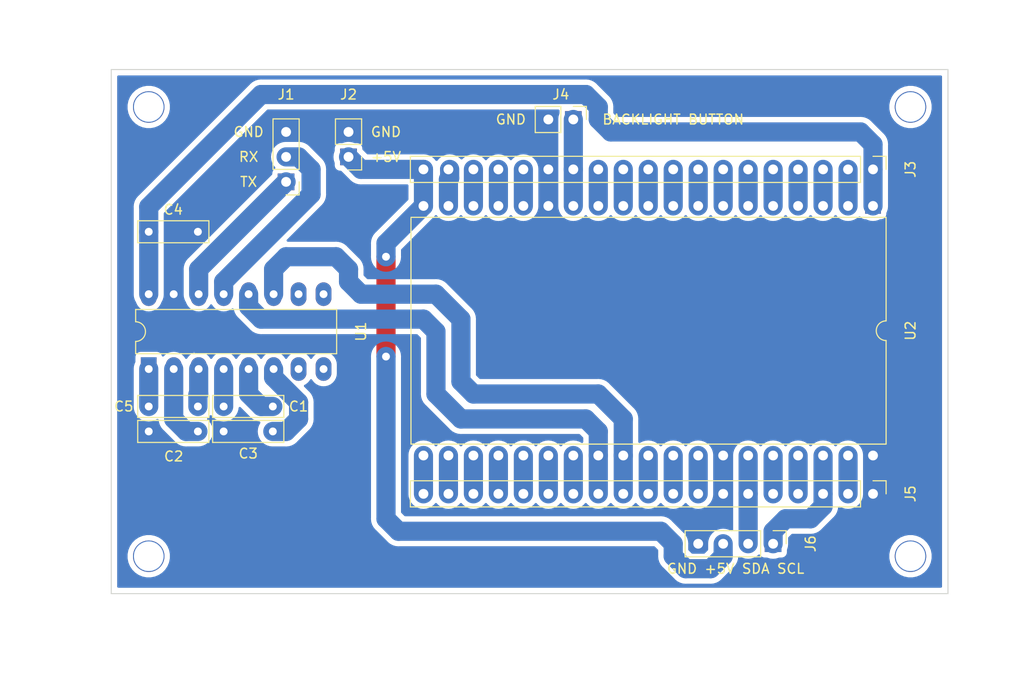
<source format=kicad_pcb>
(kicad_pcb (version 20171130) (host pcbnew "(5.1.4)-1")

  (general
    (thickness 1.6)
    (drawings 16)
    (tracks 153)
    (zones 0)
    (modules 17)
    (nets 49)
  )

  (page A4)
  (title_block
    (date "jeu. 02 avril 2015")
  )

  (layers
    (0 F.Cu signal)
    (31 B.Cu signal)
    (32 B.Adhes user)
    (33 F.Adhes user)
    (34 B.Paste user)
    (35 F.Paste user)
    (36 B.SilkS user)
    (37 F.SilkS user)
    (38 B.Mask user)
    (39 F.Mask user)
    (40 Dwgs.User user)
    (41 Cmts.User user)
    (42 Eco1.User user)
    (43 Eco2.User user)
    (44 Edge.Cuts user)
    (45 Margin user)
    (46 B.CrtYd user)
    (47 F.CrtYd user)
    (48 B.Fab user)
    (49 F.Fab user)
  )

  (setup
    (last_trace_width 1.95)
    (trace_clearance 0.2)
    (zone_clearance 0.55)
    (zone_45_only no)
    (trace_min 0.2)
    (via_size 1.6)
    (via_drill 0.8)
    (via_min_size 0.4)
    (via_min_drill 0.3)
    (uvia_size 0.3)
    (uvia_drill 0.1)
    (uvias_allowed no)
    (uvia_min_size 0.2)
    (uvia_min_drill 0.1)
    (edge_width 0.1)
    (segment_width 0.15)
    (pcb_text_width 0.3)
    (pcb_text_size 1.5 1.5)
    (mod_edge_width 0.15)
    (mod_text_size 1 1)
    (mod_text_width 0.15)
    (pad_size 3.2 3.2)
    (pad_drill 3)
    (pad_to_mask_clearance 0)
    (aux_axis_origin 68.58 104.14)
    (grid_origin 68.58 104.14)
    (visible_elements 7FFFFFFF)
    (pcbplotparams
      (layerselection 0x010e0_ffffffff)
      (usegerberextensions false)
      (usegerberattributes false)
      (usegerberadvancedattributes false)
      (creategerberjobfile false)
      (excludeedgelayer true)
      (linewidth 0.100000)
      (plotframeref false)
      (viasonmask false)
      (mode 1)
      (useauxorigin false)
      (hpglpennumber 1)
      (hpglpenspeed 20)
      (hpglpendiameter 15.000000)
      (psnegative false)
      (psa4output false)
      (plotreference true)
      (plotvalue true)
      (plotinvisibletext false)
      (padsonsilk false)
      (subtractmaskfromsilk false)
      (outputformat 1)
      (mirror false)
      (drillshape 0)
      (scaleselection 1)
      (outputdirectory "plot_files/"))
  )

  (net 0 "")
  (net 1 GND)
  (net 2 +5V)
  (net 3 +3V3)
  (net 4 IO21)
  (net 5 IO22)
  (net 6 IO11)
  (net 7 IO10)
  (net 8 IO9)
  (net 9 IO13)
  (net 10 IO12)
  (net 11 IO14)
  (net 12 IO27)
  (net 13 IO26)
  (net 14 IO25)
  (net 15 IO33)
  (net 16 IO32)
  (net 17 IO36)
  (net 18 IO34)
  (net 19 IO39)
  (net 20 EN)
  (net 21 IO6)
  (net 22 IO7)
  (net 23 IO8)
  (net 24 IO15)
  (net 25 IO2)
  (net 26 IO0)
  (net 27 IO4)
  (net 28 IO16)
  (net 29 IO17)
  (net 30 IO5)
  (net 31 IO18)
  (net 32 IO19)
  (net 33 IO3)
  (net 34 IO1)
  (net 35 IO23)
  (net 36 "Net-(C1-Pad2)")
  (net 37 "Net-(C1-Pad1)")
  (net 38 "Net-(C2-Pad1)")
  (net 39 "Net-(C3-Pad1)")
  (net 40 "Net-(C5-Pad2)")
  (net 41 "Net-(C5-Pad1)")
  (net 42 RXD_connector)
  (net 43 TXD_connector)
  (net 44 "Net-(U1-Pad8)")
  (net 45 "Net-(U1-Pad7)")
  (net 46 "Net-(U1-Pad10)")
  (net 47 "Net-(U1-Pad9)")
  (net 48 IO35)

  (net_class Default "This is the default net class."
    (clearance 0.2)
    (trace_width 1.95)
    (via_dia 1.6)
    (via_drill 0.8)
    (uvia_dia 0.3)
    (uvia_drill 0.1)
    (add_net +3V3)
    (add_net +5V)
    (add_net EN)
    (add_net GND)
    (add_net IO0)
    (add_net IO1)
    (add_net IO10)
    (add_net IO11)
    (add_net IO12)
    (add_net IO13)
    (add_net IO14)
    (add_net IO15)
    (add_net IO16)
    (add_net IO17)
    (add_net IO18)
    (add_net IO19)
    (add_net IO2)
    (add_net IO21)
    (add_net IO22)
    (add_net IO23)
    (add_net IO25)
    (add_net IO26)
    (add_net IO27)
    (add_net IO3)
    (add_net IO32)
    (add_net IO33)
    (add_net IO34)
    (add_net IO35)
    (add_net IO36)
    (add_net IO39)
    (add_net IO4)
    (add_net IO5)
    (add_net IO6)
    (add_net IO7)
    (add_net IO8)
    (add_net IO9)
    (add_net "Net-(C1-Pad1)")
    (add_net "Net-(C1-Pad2)")
    (add_net "Net-(C2-Pad1)")
    (add_net "Net-(C3-Pad1)")
    (add_net "Net-(C5-Pad1)")
    (add_net "Net-(C5-Pad2)")
    (add_net "Net-(U1-Pad10)")
    (add_net "Net-(U1-Pad7)")
    (add_net "Net-(U1-Pad8)")
    (add_net "Net-(U1-Pad9)")
    (add_net RXD_connector)
    (add_net TXD_connector)
  )

  (module MyFootprints:DIP-38_W25.4mm (layer F.Cu) (tedit 5F0620AB) (tstamp 5EF8C96C)
    (at 146.05 64.68 270)
    (descr "38-lead though-hole mounted DIP package, row spacing 25.4 mm (1000 mils), suits ESP32DevKitC")
    (tags "THT DIP DIL PDIP 2.54mm 25.4mm 1000mil ESP32DevKitC")
    (path /5EF78635)
    (fp_text reference U2 (at 12.7 -3.81 90) (layer F.SilkS)
      (effects (font (size 1 1) (thickness 0.15)))
    )
    (fp_text value ESP32DevKitC (at 12.7 48.26 90) (layer F.Fab)
      (effects (font (size 1 1) (thickness 0.15)))
    )
    (fp_text user %R (at 12.7 24.13 90) (layer F.Fab)
      (effects (font (size 1 1) (thickness 0.15)))
    )
    (fp_line (start 26.45 -1.55) (end -1.1 -1.55) (layer F.CrtYd) (width 0.05))
    (fp_line (start 26.45 46.99) (end 26.45 -1.55) (layer F.CrtYd) (width 0.05))
    (fp_line (start -1.1 46.99) (end 26.45 46.99) (layer F.CrtYd) (width 0.05))
    (fp_line (start -1.1 -1.55) (end -1.1 46.99) (layer F.CrtYd) (width 0.05))
    (fp_line (start 24.24 -1.33) (end 13.7 -1.33) (layer F.SilkS) (width 0.12))
    (fp_line (start 24.24 46.99) (end 24.24 -1.33) (layer F.SilkS) (width 0.12))
    (fp_line (start 1.27 46.99) (end 24.24 46.99) (layer F.SilkS) (width 0.12))
    (fp_line (start 1.16 -1.33) (end 1.16 46.99) (layer F.SilkS) (width 0.12))
    (fp_line (start 11.7 -1.33) (end 1.16 -1.33) (layer F.SilkS) (width 0.12))
    (fp_line (start 0.255 -0.27) (end 1.255 -1.27) (layer F.Fab) (width 0.1))
    (fp_line (start 0.255 46.99) (end 0.255 -0.27) (layer F.Fab) (width 0.1))
    (fp_line (start 25.145 46.99) (end 0.255 46.99) (layer F.Fab) (width 0.1))
    (fp_line (start 25.145 -1.27) (end 25.145 46.99) (layer F.Fab) (width 0.1))
    (fp_line (start 1.255 -1.27) (end 25.145 -1.27) (layer F.Fab) (width 0.1))
    (fp_arc (start 12.7 -1.33) (end 11.7 -1.33) (angle -180) (layer F.SilkS) (width 0.12))
    (pad 20 thru_hole oval (at 25.4 45.72 270) (size 1.6 1.6) (drill 1) (layers *.Cu *.Mask)
      (net 21 IO6))
    (pad 19 thru_hole oval (at 0 45.72 270) (size 1.6 1.6) (drill 1) (layers *.Cu *.Mask)
      (net 2 +5V))
    (pad 38 thru_hole oval (at 25.4 0 270) (size 1.6 1.6) (drill 1) (layers *.Cu *.Mask)
      (net 1 GND))
    (pad 18 thru_hole oval (at 0 43.18 270) (size 1.6 1.6) (drill 1) (layers *.Cu *.Mask)
      (net 6 IO11))
    (pad 37 thru_hole oval (at 25.4 2.54 270) (size 1.6 1.6) (drill 1) (layers *.Cu *.Mask)
      (net 35 IO23))
    (pad 17 thru_hole oval (at 0 40.64 270) (size 1.6 1.6) (drill 1) (layers *.Cu *.Mask)
      (net 7 IO10))
    (pad 36 thru_hole oval (at 25.4 5.08 270) (size 1.6 1.6) (drill 1) (layers *.Cu *.Mask)
      (net 5 IO22))
    (pad 16 thru_hole oval (at 0 38.1 270) (size 1.6 1.6) (drill 1) (layers *.Cu *.Mask)
      (net 8 IO9))
    (pad 35 thru_hole oval (at 25.4 7.62 270) (size 1.6 1.6) (drill 1) (layers *.Cu *.Mask)
      (net 34 IO1))
    (pad 15 thru_hole oval (at 0 35.56 270) (size 1.6 1.6) (drill 1) (layers *.Cu *.Mask)
      (net 9 IO13))
    (pad 34 thru_hole oval (at 25.4 10.16 270) (size 1.6 1.6) (drill 1) (layers *.Cu *.Mask)
      (net 33 IO3))
    (pad 14 thru_hole oval (at 0 33.02 270) (size 1.6 1.6) (drill 1) (layers *.Cu *.Mask)
      (net 1 GND))
    (pad 33 thru_hole oval (at 25.4 12.7 270) (size 1.6 1.6) (drill 1) (layers *.Cu *.Mask)
      (net 4 IO21))
    (pad 13 thru_hole oval (at 0 30.48 270) (size 1.6 1.6) (drill 1) (layers *.Cu *.Mask)
      (net 10 IO12))
    (pad 32 thru_hole oval (at 25.4 15.24 270) (size 1.6 1.6) (drill 1) (layers *.Cu *.Mask)
      (net 1 GND))
    (pad 12 thru_hole oval (at 0 27.94 270) (size 1.6 1.6) (drill 1) (layers *.Cu *.Mask)
      (net 11 IO14))
    (pad 31 thru_hole oval (at 25.4 17.78 270) (size 1.6 1.6) (drill 1) (layers *.Cu *.Mask)
      (net 32 IO19))
    (pad 11 thru_hole oval (at 0 25.4 270) (size 1.6 1.6) (drill 1) (layers *.Cu *.Mask)
      (net 12 IO27))
    (pad 30 thru_hole oval (at 25.4 20.32 270) (size 1.6 1.6) (drill 1) (layers *.Cu *.Mask)
      (net 31 IO18))
    (pad 10 thru_hole oval (at 0 22.86 270) (size 1.6 1.6) (drill 1) (layers *.Cu *.Mask)
      (net 13 IO26))
    (pad 29 thru_hole oval (at 25.4 22.86 270) (size 1.6 1.6) (drill 1) (layers *.Cu *.Mask)
      (net 30 IO5))
    (pad 9 thru_hole oval (at 0 20.32 270) (size 1.6 1.6) (drill 1) (layers *.Cu *.Mask)
      (net 14 IO25))
    (pad 28 thru_hole oval (at 25.4 25.4 270) (size 1.6 1.6) (drill 1) (layers *.Cu *.Mask)
      (net 29 IO17))
    (pad 8 thru_hole oval (at 0 17.78 270) (size 1.6 1.6) (drill 1) (layers *.Cu *.Mask)
      (net 15 IO33))
    (pad 27 thru_hole oval (at 25.4 27.94 270) (size 1.6 1.6) (drill 1) (layers *.Cu *.Mask)
      (net 28 IO16))
    (pad 7 thru_hole oval (at 0 15.24 270) (size 1.6 1.6) (drill 1) (layers *.Cu *.Mask)
      (net 16 IO32))
    (pad 26 thru_hole oval (at 25.4 30.48 270) (size 1.6 1.6) (drill 1) (layers *.Cu *.Mask)
      (net 27 IO4))
    (pad 6 thru_hole oval (at 0 12.7 270) (size 1.6 1.6) (drill 1) (layers *.Cu *.Mask)
      (net 48 IO35))
    (pad 25 thru_hole oval (at 25.4 33.02 270) (size 1.6 1.6) (drill 1) (layers *.Cu *.Mask)
      (net 26 IO0))
    (pad 5 thru_hole oval (at 0 10.16 270) (size 1.6 1.6) (drill 1) (layers *.Cu *.Mask)
      (net 18 IO34))
    (pad 24 thru_hole oval (at 25.4 35.56 270) (size 1.6 1.6) (drill 1) (layers *.Cu *.Mask)
      (net 25 IO2))
    (pad 4,5 thru_hole oval (at 0 7.62 270) (size 1.6 1.6) (drill 1) (layers *.Cu *.Mask))
    (pad 23 thru_hole oval (at 25.4 38.1 270) (size 1.6 1.6) (drill 1) (layers *.Cu *.Mask)
      (net 24 IO15))
    (pad 3 thru_hole oval (at 0 5.08 270) (size 1.6 1.6) (drill 1) (layers *.Cu *.Mask)
      (net 17 IO36))
    (pad 22 thru_hole oval (at 25.4 40.64 270) (size 1.6 1.6) (drill 1) (layers *.Cu *.Mask)
      (net 23 IO8))
    (pad 2 thru_hole oval (at 0 2.54 270) (size 1.6 1.6) (drill 1) (layers *.Cu *.Mask)
      (net 20 EN))
    (pad 21 thru_hole oval (at 25.4 43.18 270) (size 1.6 1.6) (drill 1) (layers *.Cu *.Mask)
      (net 22 IO7))
    (pad 1 thru_hole rect (at 0 0 270) (size 1.6 1.6) (drill 1) (layers *.Cu *.Mask)
      (net 3 +3V3))
    (model ${KISYS3DMOD}/Package_DIP.3dshapes/DIP-40_W25.4mm.wrl
      (at (xyz 0 0 0))
      (scale (xyz 1 1 1))
      (rotate (xyz 0 0 0))
    )
  )

  (module Connector_PinHeader_2.54mm:PinHeader_1x02_P2.54mm_Vertical (layer F.Cu) (tedit 59FED5CC) (tstamp 5F061E2F)
    (at 115.57 55.88 270)
    (descr "Through hole straight pin header, 1x02, 2.54mm pitch, single row")
    (tags "Through hole pin header THT 1x02 2.54mm single row")
    (path /5F0620AE)
    (fp_text reference J4 (at -2.54 1.27 180) (layer F.SilkS)
      (effects (font (size 1 1) (thickness 0.15)))
    )
    (fp_text value Conn_01x02 (at 0 4.87 90) (layer F.Fab)
      (effects (font (size 1 1) (thickness 0.15)))
    )
    (fp_text user %R (at 0 1.27) (layer F.Fab)
      (effects (font (size 1 1) (thickness 0.15)))
    )
    (fp_line (start 1.8 -1.8) (end -1.8 -1.8) (layer F.CrtYd) (width 0.05))
    (fp_line (start 1.8 4.35) (end 1.8 -1.8) (layer F.CrtYd) (width 0.05))
    (fp_line (start -1.8 4.35) (end 1.8 4.35) (layer F.CrtYd) (width 0.05))
    (fp_line (start -1.8 -1.8) (end -1.8 4.35) (layer F.CrtYd) (width 0.05))
    (fp_line (start -1.33 -1.33) (end 0 -1.33) (layer F.SilkS) (width 0.12))
    (fp_line (start -1.33 0) (end -1.33 -1.33) (layer F.SilkS) (width 0.12))
    (fp_line (start -1.33 1.27) (end 1.33 1.27) (layer F.SilkS) (width 0.12))
    (fp_line (start 1.33 1.27) (end 1.33 3.87) (layer F.SilkS) (width 0.12))
    (fp_line (start -1.33 1.27) (end -1.33 3.87) (layer F.SilkS) (width 0.12))
    (fp_line (start -1.33 3.87) (end 1.33 3.87) (layer F.SilkS) (width 0.12))
    (fp_line (start -1.27 -0.635) (end -0.635 -1.27) (layer F.Fab) (width 0.1))
    (fp_line (start -1.27 3.81) (end -1.27 -0.635) (layer F.Fab) (width 0.1))
    (fp_line (start 1.27 3.81) (end -1.27 3.81) (layer F.Fab) (width 0.1))
    (fp_line (start 1.27 -1.27) (end 1.27 3.81) (layer F.Fab) (width 0.1))
    (fp_line (start -0.635 -1.27) (end 1.27 -1.27) (layer F.Fab) (width 0.1))
    (pad 2 thru_hole oval (at 0 2.54 270) (size 1.7 1.7) (drill 1) (layers *.Cu *.Mask)
      (net 1 GND))
    (pad 1 thru_hole rect (at 0 0 270) (size 1.7 1.7) (drill 1) (layers *.Cu *.Mask)
      (net 10 IO12))
    (model ${KISYS3DMOD}/Connector_PinHeader_2.54mm.3dshapes/PinHeader_1x02_P2.54mm_Vertical.wrl
      (at (xyz 0 0 0))
      (scale (xyz 1 1 1))
      (rotate (xyz 0 0 0))
    )
  )

  (module Package_DIP:DIP-16_W7.62mm_LongPads (layer F.Cu) (tedit 5A02E8C5) (tstamp 5EFCCB51)
    (at 72.39 81.28 90)
    (descr "16-lead though-hole mounted DIP package, row spacing 7.62 mm (300 mils), LongPads")
    (tags "THT DIP DIL PDIP 2.54mm 7.62mm 300mil LongPads")
    (path /5E559341)
    (fp_text reference U1 (at 3.81 21.59 90) (layer F.SilkS)
      (effects (font (size 1 1) (thickness 0.15)))
    )
    (fp_text value MAX3232 (at 3.81 20.11 90) (layer F.Fab)
      (effects (font (size 1 1) (thickness 0.15)))
    )
    (fp_text user %R (at 3.81 8.89 90) (layer F.Fab)
      (effects (font (size 1 1) (thickness 0.15)))
    )
    (fp_line (start 9.1 -1.55) (end -1.45 -1.55) (layer F.CrtYd) (width 0.05))
    (fp_line (start 9.1 19.3) (end 9.1 -1.55) (layer F.CrtYd) (width 0.05))
    (fp_line (start -1.45 19.3) (end 9.1 19.3) (layer F.CrtYd) (width 0.05))
    (fp_line (start -1.45 -1.55) (end -1.45 19.3) (layer F.CrtYd) (width 0.05))
    (fp_line (start 6.06 -1.33) (end 4.81 -1.33) (layer F.SilkS) (width 0.12))
    (fp_line (start 6.06 19.11) (end 6.06 -1.33) (layer F.SilkS) (width 0.12))
    (fp_line (start 1.56 19.11) (end 6.06 19.11) (layer F.SilkS) (width 0.12))
    (fp_line (start 1.56 -1.33) (end 1.56 19.11) (layer F.SilkS) (width 0.12))
    (fp_line (start 2.81 -1.33) (end 1.56 -1.33) (layer F.SilkS) (width 0.12))
    (fp_line (start 0.635 -0.27) (end 1.635 -1.27) (layer F.Fab) (width 0.1))
    (fp_line (start 0.635 19.05) (end 0.635 -0.27) (layer F.Fab) (width 0.1))
    (fp_line (start 6.985 19.05) (end 0.635 19.05) (layer F.Fab) (width 0.1))
    (fp_line (start 6.985 -1.27) (end 6.985 19.05) (layer F.Fab) (width 0.1))
    (fp_line (start 1.635 -1.27) (end 6.985 -1.27) (layer F.Fab) (width 0.1))
    (fp_arc (start 3.81 -1.33) (end 2.81 -1.33) (angle -180) (layer F.SilkS) (width 0.12))
    (pad 16 thru_hole oval (at 7.62 0 90) (size 2.4 1.6) (drill 0.8) (layers *.Cu *.Mask)
      (net 3 +3V3))
    (pad 8 thru_hole oval (at 0 17.78 90) (size 2.4 1.6) (drill 0.8) (layers *.Cu *.Mask)
      (net 44 "Net-(U1-Pad8)"))
    (pad 15 thru_hole oval (at 7.62 2.54 90) (size 2.4 1.6) (drill 0.8) (layers *.Cu *.Mask)
      (net 1 GND))
    (pad 7 thru_hole oval (at 0 15.24 90) (size 2.4 1.6) (drill 0.8) (layers *.Cu *.Mask)
      (net 45 "Net-(U1-Pad7)"))
    (pad 14 thru_hole oval (at 7.62 5.08 90) (size 2.4 1.6) (drill 0.8) (layers *.Cu *.Mask)
      (net 43 TXD_connector))
    (pad 6 thru_hole oval (at 0 12.7 90) (size 2.4 1.6) (drill 0.8) (layers *.Cu *.Mask)
      (net 39 "Net-(C3-Pad1)"))
    (pad 13 thru_hole oval (at 7.62 7.62 90) (size 2.4 1.6) (drill 0.8) (layers *.Cu *.Mask)
      (net 42 RXD_connector))
    (pad 5 thru_hole oval (at 0 10.16 90) (size 2.4 1.6) (drill 0.8) (layers *.Cu *.Mask)
      (net 36 "Net-(C1-Pad2)"))
    (pad 12 thru_hole oval (at 7.62 10.16 90) (size 2.4 1.6) (drill 0.8) (layers *.Cu *.Mask)
      (net 28 IO16))
    (pad 4 thru_hole oval (at 0 7.62 90) (size 2.4 1.6) (drill 0.8) (layers *.Cu *.Mask)
      (net 37 "Net-(C1-Pad1)"))
    (pad 11 thru_hole oval (at 7.62 12.7 90) (size 2.4 1.6) (drill 0.8) (layers *.Cu *.Mask)
      (net 29 IO17))
    (pad 3 thru_hole oval (at 0 5.08 90) (size 2.4 1.6) (drill 0.8) (layers *.Cu *.Mask)
      (net 40 "Net-(C5-Pad2)"))
    (pad 10 thru_hole oval (at 7.62 15.24 90) (size 2.4 1.6) (drill 0.8) (layers *.Cu *.Mask)
      (net 46 "Net-(U1-Pad10)"))
    (pad 2 thru_hole oval (at 0 2.54 90) (size 2.4 1.6) (drill 0.8) (layers *.Cu *.Mask)
      (net 38 "Net-(C2-Pad1)"))
    (pad 9 thru_hole oval (at 7.62 17.78 90) (size 2.4 1.6) (drill 0.8) (layers *.Cu *.Mask)
      (net 47 "Net-(U1-Pad9)"))
    (pad 1 thru_hole rect (at 0 0 90) (size 2.4 1.6) (drill 0.8) (layers *.Cu *.Mask)
      (net 41 "Net-(C5-Pad1)"))
    (model ${KISYS3DMOD}/Package_DIP.3dshapes/DIP-16_W7.62mm.wrl
      (at (xyz 0 0 0))
      (scale (xyz 1 1 1))
      (rotate (xyz 0 0 0))
    )
  )

  (module Connector_PinHeader_2.54mm:PinHeader_1x04_P2.54mm_Vertical (layer F.Cu) (tedit 59FED5CC) (tstamp 5EFCD517)
    (at 135.89 99.06 270)
    (descr "Through hole straight pin header, 1x04, 2.54mm pitch, single row")
    (tags "Through hole pin header THT 1x04 2.54mm single row")
    (path /5EF882A8)
    (fp_text reference J6 (at 0 -3.81 90) (layer F.SilkS)
      (effects (font (size 1 1) (thickness 0.15)))
    )
    (fp_text value Conn_01x04 (at 0 9.95 90) (layer F.Fab)
      (effects (font (size 1 1) (thickness 0.15)))
    )
    (fp_text user %R (at 0 3.81) (layer F.Fab)
      (effects (font (size 1 1) (thickness 0.15)))
    )
    (fp_line (start 1.8 -1.8) (end -1.8 -1.8) (layer F.CrtYd) (width 0.05))
    (fp_line (start 1.8 9.4) (end 1.8 -1.8) (layer F.CrtYd) (width 0.05))
    (fp_line (start -1.8 9.4) (end 1.8 9.4) (layer F.CrtYd) (width 0.05))
    (fp_line (start -1.8 -1.8) (end -1.8 9.4) (layer F.CrtYd) (width 0.05))
    (fp_line (start -1.33 -1.33) (end 0 -1.33) (layer F.SilkS) (width 0.12))
    (fp_line (start -1.33 0) (end -1.33 -1.33) (layer F.SilkS) (width 0.12))
    (fp_line (start -1.33 1.27) (end 1.33 1.27) (layer F.SilkS) (width 0.12))
    (fp_line (start 1.33 1.27) (end 1.33 8.95) (layer F.SilkS) (width 0.12))
    (fp_line (start -1.33 1.27) (end -1.33 8.95) (layer F.SilkS) (width 0.12))
    (fp_line (start -1.33 8.95) (end 1.33 8.95) (layer F.SilkS) (width 0.12))
    (fp_line (start -1.27 -0.635) (end -0.635 -1.27) (layer F.Fab) (width 0.1))
    (fp_line (start -1.27 8.89) (end -1.27 -0.635) (layer F.Fab) (width 0.1))
    (fp_line (start 1.27 8.89) (end -1.27 8.89) (layer F.Fab) (width 0.1))
    (fp_line (start 1.27 -1.27) (end 1.27 8.89) (layer F.Fab) (width 0.1))
    (fp_line (start -0.635 -1.27) (end 1.27 -1.27) (layer F.Fab) (width 0.1))
    (pad 4 thru_hole oval (at 0 7.62 270) (size 1.7 1.7) (drill 1) (layers *.Cu *.Mask)
      (net 1 GND))
    (pad 3 thru_hole oval (at 0 5.08 270) (size 1.7 1.7) (drill 1) (layers *.Cu *.Mask)
      (net 2 +5V))
    (pad 2 thru_hole oval (at 0 2.54 270) (size 1.7 1.7) (drill 1) (layers *.Cu *.Mask)
      (net 4 IO21))
    (pad 1 thru_hole rect (at 0 0 270) (size 1.7 1.7) (drill 1) (layers *.Cu *.Mask)
      (net 5 IO22))
    (model ${KISYS3DMOD}/Connector_PinHeader_2.54mm.3dshapes/PinHeader_1x04_P2.54mm_Vertical.wrl
      (at (xyz 0 0 0))
      (scale (xyz 1 1 1))
      (rotate (xyz 0 0 0))
    )
  )

  (module Connector_PinHeader_2.54mm:PinHeader_1x02_P2.54mm_Vertical (layer F.Cu) (tedit 59FED5CC) (tstamp 5EFCD4D6)
    (at 92.71 59.69 180)
    (descr "Through hole straight pin header, 1x02, 2.54mm pitch, single row")
    (tags "Through hole pin header THT 1x02 2.54mm single row")
    (path /5EFCA217)
    (fp_text reference J2 (at 0 6.35) (layer F.SilkS)
      (effects (font (size 1 1) (thickness 0.15)))
    )
    (fp_text value Conn_01x02 (at 0 4.87) (layer F.Fab)
      (effects (font (size 1 1) (thickness 0.15)))
    )
    (fp_text user %R (at 0 1.27 90) (layer F.Fab)
      (effects (font (size 1 1) (thickness 0.15)))
    )
    (fp_line (start 1.8 -1.8) (end -1.8 -1.8) (layer F.CrtYd) (width 0.05))
    (fp_line (start 1.8 4.35) (end 1.8 -1.8) (layer F.CrtYd) (width 0.05))
    (fp_line (start -1.8 4.35) (end 1.8 4.35) (layer F.CrtYd) (width 0.05))
    (fp_line (start -1.8 -1.8) (end -1.8 4.35) (layer F.CrtYd) (width 0.05))
    (fp_line (start -1.33 -1.33) (end 0 -1.33) (layer F.SilkS) (width 0.12))
    (fp_line (start -1.33 0) (end -1.33 -1.33) (layer F.SilkS) (width 0.12))
    (fp_line (start -1.33 1.27) (end 1.33 1.27) (layer F.SilkS) (width 0.12))
    (fp_line (start 1.33 1.27) (end 1.33 3.87) (layer F.SilkS) (width 0.12))
    (fp_line (start -1.33 1.27) (end -1.33 3.87) (layer F.SilkS) (width 0.12))
    (fp_line (start -1.33 3.87) (end 1.33 3.87) (layer F.SilkS) (width 0.12))
    (fp_line (start -1.27 -0.635) (end -0.635 -1.27) (layer F.Fab) (width 0.1))
    (fp_line (start -1.27 3.81) (end -1.27 -0.635) (layer F.Fab) (width 0.1))
    (fp_line (start 1.27 3.81) (end -1.27 3.81) (layer F.Fab) (width 0.1))
    (fp_line (start 1.27 -1.27) (end 1.27 3.81) (layer F.Fab) (width 0.1))
    (fp_line (start -0.635 -1.27) (end 1.27 -1.27) (layer F.Fab) (width 0.1))
    (pad 2 thru_hole oval (at 0 2.54 180) (size 1.7 1.7) (drill 1) (layers *.Cu *.Mask)
      (net 1 GND))
    (pad 1 thru_hole rect (at 0 0 180) (size 1.7 1.7) (drill 1) (layers *.Cu *.Mask)
      (net 2 +5V))
    (model ${KISYS3DMOD}/Connector_PinHeader_2.54mm.3dshapes/PinHeader_1x02_P2.54mm_Vertical.wrl
      (at (xyz 0 0 0))
      (scale (xyz 1 1 1))
      (rotate (xyz 0 0 0))
    )
  )

  (module Connector_PinHeader_2.54mm:PinHeader_1x19_P2.54mm_Vertical (layer F.Cu) (tedit 59FED5CC) (tstamp 5EF8C890)
    (at 146.05 60.96 270)
    (descr "Through hole straight pin header, 1x19, 2.54mm pitch, single row")
    (tags "Through hole pin header THT 1x19 2.54mm single row")
    (path /5EFB5B61)
    (fp_text reference J3 (at 0 -3.81 90) (layer F.SilkS)
      (effects (font (size 1 1) (thickness 0.15)))
    )
    (fp_text value Conn_01x19 (at 0 48.05 90) (layer F.Fab)
      (effects (font (size 1 1) (thickness 0.15)))
    )
    (fp_text user %R (at 0 22.86) (layer F.Fab)
      (effects (font (size 1 1) (thickness 0.15)))
    )
    (fp_line (start 1.8 -1.8) (end -1.8 -1.8) (layer F.CrtYd) (width 0.05))
    (fp_line (start 1.8 47.5) (end 1.8 -1.8) (layer F.CrtYd) (width 0.05))
    (fp_line (start -1.8 47.5) (end 1.8 47.5) (layer F.CrtYd) (width 0.05))
    (fp_line (start -1.8 -1.8) (end -1.8 47.5) (layer F.CrtYd) (width 0.05))
    (fp_line (start -1.33 -1.33) (end 0 -1.33) (layer F.SilkS) (width 0.12))
    (fp_line (start -1.33 0) (end -1.33 -1.33) (layer F.SilkS) (width 0.12))
    (fp_line (start -1.33 1.27) (end 1.33 1.27) (layer F.SilkS) (width 0.12))
    (fp_line (start 1.33 1.27) (end 1.33 47.05) (layer F.SilkS) (width 0.12))
    (fp_line (start -1.33 1.27) (end -1.33 47.05) (layer F.SilkS) (width 0.12))
    (fp_line (start -1.33 47.05) (end 1.33 47.05) (layer F.SilkS) (width 0.12))
    (fp_line (start -1.27 -0.635) (end -0.635 -1.27) (layer F.Fab) (width 0.1))
    (fp_line (start -1.27 46.99) (end -1.27 -0.635) (layer F.Fab) (width 0.1))
    (fp_line (start 1.27 46.99) (end -1.27 46.99) (layer F.Fab) (width 0.1))
    (fp_line (start 1.27 -1.27) (end 1.27 46.99) (layer F.Fab) (width 0.1))
    (fp_line (start -0.635 -1.27) (end 1.27 -1.27) (layer F.Fab) (width 0.1))
    (pad 19 thru_hole oval (at 0 45.72 270) (size 1.7 1.7) (drill 1) (layers *.Cu *.Mask)
      (net 2 +5V))
    (pad 18 thru_hole oval (at 0 43.18 270) (size 1.7 1.7) (drill 1) (layers *.Cu *.Mask)
      (net 6 IO11))
    (pad 17 thru_hole oval (at 0 40.64 270) (size 1.7 1.7) (drill 1) (layers *.Cu *.Mask)
      (net 7 IO10))
    (pad 16 thru_hole oval (at 0 38.1 270) (size 1.7 1.7) (drill 1) (layers *.Cu *.Mask)
      (net 8 IO9))
    (pad 15 thru_hole oval (at 0 35.56 270) (size 1.7 1.7) (drill 1) (layers *.Cu *.Mask)
      (net 9 IO13))
    (pad 14 thru_hole oval (at 0 33.02 270) (size 1.7 1.7) (drill 1) (layers *.Cu *.Mask)
      (net 1 GND))
    (pad 13 thru_hole oval (at 0 30.48 270) (size 1.7 1.7) (drill 1) (layers *.Cu *.Mask)
      (net 10 IO12))
    (pad 12 thru_hole oval (at 0 27.94 270) (size 1.7 1.7) (drill 1) (layers *.Cu *.Mask)
      (net 11 IO14))
    (pad 11 thru_hole oval (at 0 25.4 270) (size 1.7 1.7) (drill 1) (layers *.Cu *.Mask)
      (net 12 IO27))
    (pad 10 thru_hole oval (at 0 22.86 270) (size 1.7 1.7) (drill 1) (layers *.Cu *.Mask)
      (net 13 IO26))
    (pad 9 thru_hole oval (at 0 20.32 270) (size 1.7 1.7) (drill 1) (layers *.Cu *.Mask)
      (net 14 IO25))
    (pad 8 thru_hole oval (at 0 17.78 270) (size 1.7 1.7) (drill 1) (layers *.Cu *.Mask)
      (net 15 IO33))
    (pad 7 thru_hole oval (at 0 15.24 270) (size 1.7 1.7) (drill 1) (layers *.Cu *.Mask)
      (net 16 IO32))
    (pad 6 thru_hole oval (at 0 12.7 270) (size 1.7 1.7) (drill 1) (layers *.Cu *.Mask)
      (net 48 IO35))
    (pad 5 thru_hole oval (at 0 10.16 270) (size 1.7 1.7) (drill 1) (layers *.Cu *.Mask)
      (net 18 IO34))
    (pad 4 thru_hole oval (at 0 7.62 270) (size 1.7 1.7) (drill 1) (layers *.Cu *.Mask)
      (net 19 IO39))
    (pad 3 thru_hole oval (at 0 5.08 270) (size 1.7 1.7) (drill 1) (layers *.Cu *.Mask)
      (net 17 IO36))
    (pad 2 thru_hole oval (at 0 2.54 270) (size 1.7 1.7) (drill 1) (layers *.Cu *.Mask)
      (net 20 EN))
    (pad 1 thru_hole rect (at 0 0 270) (size 1.7 1.7) (drill 1) (layers *.Cu *.Mask)
      (net 3 +3V3))
    (model ${KISYS3DMOD}/Connector_PinHeader_2.54mm.3dshapes/PinHeader_1x19_P2.54mm_Vertical.wrl
      (at (xyz 0 0 0))
      (scale (xyz 1 1 1))
      (rotate (xyz 0 0 0))
    )
  )

  (module Connector_PinHeader_2.54mm:PinHeader_1x03_P2.54mm_Vertical (layer F.Cu) (tedit 59FED5CC) (tstamp 5EFCCCCA)
    (at 86.36 62.23 180)
    (descr "Through hole straight pin header, 1x03, 2.54mm pitch, single row")
    (tags "Through hole pin header THT 1x03 2.54mm single row")
    (path /5EFC788C)
    (fp_text reference J1 (at 0 8.89) (layer F.SilkS)
      (effects (font (size 1 1) (thickness 0.15)))
    )
    (fp_text value Conn_01x03 (at 0 7.41) (layer F.Fab)
      (effects (font (size 1 1) (thickness 0.15)))
    )
    (fp_text user %R (at 0 2.54 90) (layer F.Fab)
      (effects (font (size 1 1) (thickness 0.15)))
    )
    (fp_line (start 1.8 -1.8) (end -1.8 -1.8) (layer F.CrtYd) (width 0.05))
    (fp_line (start 1.8 6.85) (end 1.8 -1.8) (layer F.CrtYd) (width 0.05))
    (fp_line (start -1.8 6.85) (end 1.8 6.85) (layer F.CrtYd) (width 0.05))
    (fp_line (start -1.8 -1.8) (end -1.8 6.85) (layer F.CrtYd) (width 0.05))
    (fp_line (start -1.33 -1.33) (end 0 -1.33) (layer F.SilkS) (width 0.12))
    (fp_line (start -1.33 0) (end -1.33 -1.33) (layer F.SilkS) (width 0.12))
    (fp_line (start -1.33 1.27) (end 1.33 1.27) (layer F.SilkS) (width 0.12))
    (fp_line (start 1.33 1.27) (end 1.33 6.41) (layer F.SilkS) (width 0.12))
    (fp_line (start -1.33 1.27) (end -1.33 6.41) (layer F.SilkS) (width 0.12))
    (fp_line (start -1.33 6.41) (end 1.33 6.41) (layer F.SilkS) (width 0.12))
    (fp_line (start -1.27 -0.635) (end -0.635 -1.27) (layer F.Fab) (width 0.1))
    (fp_line (start -1.27 6.35) (end -1.27 -0.635) (layer F.Fab) (width 0.1))
    (fp_line (start 1.27 6.35) (end -1.27 6.35) (layer F.Fab) (width 0.1))
    (fp_line (start 1.27 -1.27) (end 1.27 6.35) (layer F.Fab) (width 0.1))
    (fp_line (start -0.635 -1.27) (end 1.27 -1.27) (layer F.Fab) (width 0.1))
    (pad 3 thru_hole oval (at 0 5.08 180) (size 1.7 1.7) (drill 1) (layers *.Cu *.Mask)
      (net 1 GND))
    (pad 2 thru_hole oval (at 0 2.54 180) (size 1.7 1.7) (drill 1) (layers *.Cu *.Mask)
      (net 42 RXD_connector))
    (pad 1 thru_hole rect (at 0 0 180) (size 1.7 1.7) (drill 1) (layers *.Cu *.Mask)
      (net 43 TXD_connector))
    (model ${KISYS3DMOD}/Connector_PinHeader_2.54mm.3dshapes/PinHeader_1x03_P2.54mm_Vertical.wrl
      (at (xyz 0 0 0))
      (scale (xyz 1 1 1))
      (rotate (xyz 0 0 0))
    )
  )

  (module Capacitor_THT:C_Rect_L7.0mm_W2.0mm_P5.00mm (layer F.Cu) (tedit 5AE50EF0) (tstamp 5EFCCC81)
    (at 72.39 85.09)
    (descr "C, Rect series, Radial, pin pitch=5.00mm, , length*width=7*2mm^2, Capacitor")
    (tags "C Rect series Radial pin pitch 5.00mm  length 7mm width 2mm Capacitor")
    (path /5E561C4A)
    (fp_text reference C5 (at -2.54 0) (layer F.SilkS)
      (effects (font (size 1 1) (thickness 0.15)))
    )
    (fp_text value 100n (at 2.5 2.25) (layer F.Fab)
      (effects (font (size 1 1) (thickness 0.15)))
    )
    (fp_text user %R (at 2.5 0) (layer F.Fab)
      (effects (font (size 1 1) (thickness 0.15)))
    )
    (fp_line (start 6.25 -1.25) (end -1.25 -1.25) (layer F.CrtYd) (width 0.05))
    (fp_line (start 6.25 1.25) (end 6.25 -1.25) (layer F.CrtYd) (width 0.05))
    (fp_line (start -1.25 1.25) (end 6.25 1.25) (layer F.CrtYd) (width 0.05))
    (fp_line (start -1.25 -1.25) (end -1.25 1.25) (layer F.CrtYd) (width 0.05))
    (fp_line (start 6.12 -1.12) (end 6.12 1.12) (layer F.SilkS) (width 0.12))
    (fp_line (start -1.12 -1.12) (end -1.12 1.12) (layer F.SilkS) (width 0.12))
    (fp_line (start -1.12 1.12) (end 6.12 1.12) (layer F.SilkS) (width 0.12))
    (fp_line (start -1.12 -1.12) (end 6.12 -1.12) (layer F.SilkS) (width 0.12))
    (fp_line (start 6 -1) (end -1 -1) (layer F.Fab) (width 0.1))
    (fp_line (start 6 1) (end 6 -1) (layer F.Fab) (width 0.1))
    (fp_line (start -1 1) (end 6 1) (layer F.Fab) (width 0.1))
    (fp_line (start -1 -1) (end -1 1) (layer F.Fab) (width 0.1))
    (pad 2 thru_hole circle (at 5 0) (size 1.6 1.6) (drill 0.8) (layers *.Cu *.Mask)
      (net 40 "Net-(C5-Pad2)"))
    (pad 1 thru_hole circle (at 0 0) (size 1.6 1.6) (drill 0.8) (layers *.Cu *.Mask)
      (net 41 "Net-(C5-Pad1)"))
    (model ${KISYS3DMOD}/Capacitor_THT.3dshapes/C_Rect_L7.0mm_W2.0mm_P5.00mm.wrl
      (at (xyz 0 0 0))
      (scale (xyz 1 1 1))
      (rotate (xyz 0 0 0))
    )
  )

  (module Capacitor_THT:C_Rect_L7.0mm_W2.0mm_P5.00mm (layer F.Cu) (tedit 5AE50EF0) (tstamp 5EFCCC4B)
    (at 72.39 67.31)
    (descr "C, Rect series, Radial, pin pitch=5.00mm, , length*width=7*2mm^2, Capacitor")
    (tags "C Rect series Radial pin pitch 5.00mm  length 7mm width 2mm Capacitor")
    (path /5E5611A9)
    (fp_text reference C4 (at 2.5 -2.25) (layer F.SilkS)
      (effects (font (size 1 1) (thickness 0.15)))
    )
    (fp_text value 100n (at 2.5 2.25) (layer F.Fab)
      (effects (font (size 1 1) (thickness 0.15)))
    )
    (fp_text user %R (at 2.5 0) (layer F.Fab)
      (effects (font (size 1 1) (thickness 0.15)))
    )
    (fp_line (start 6.25 -1.25) (end -1.25 -1.25) (layer F.CrtYd) (width 0.05))
    (fp_line (start 6.25 1.25) (end 6.25 -1.25) (layer F.CrtYd) (width 0.05))
    (fp_line (start -1.25 1.25) (end 6.25 1.25) (layer F.CrtYd) (width 0.05))
    (fp_line (start -1.25 -1.25) (end -1.25 1.25) (layer F.CrtYd) (width 0.05))
    (fp_line (start 6.12 -1.12) (end 6.12 1.12) (layer F.SilkS) (width 0.12))
    (fp_line (start -1.12 -1.12) (end -1.12 1.12) (layer F.SilkS) (width 0.12))
    (fp_line (start -1.12 1.12) (end 6.12 1.12) (layer F.SilkS) (width 0.12))
    (fp_line (start -1.12 -1.12) (end 6.12 -1.12) (layer F.SilkS) (width 0.12))
    (fp_line (start 6 -1) (end -1 -1) (layer F.Fab) (width 0.1))
    (fp_line (start 6 1) (end 6 -1) (layer F.Fab) (width 0.1))
    (fp_line (start -1 1) (end 6 1) (layer F.Fab) (width 0.1))
    (fp_line (start -1 -1) (end -1 1) (layer F.Fab) (width 0.1))
    (pad 2 thru_hole circle (at 5 0) (size 1.6 1.6) (drill 0.8) (layers *.Cu *.Mask)
      (net 1 GND))
    (pad 1 thru_hole circle (at 0 0) (size 1.6 1.6) (drill 0.8) (layers *.Cu *.Mask)
      (net 3 +3V3))
    (model ${KISYS3DMOD}/Capacitor_THT.3dshapes/C_Rect_L7.0mm_W2.0mm_P5.00mm.wrl
      (at (xyz 0 0 0))
      (scale (xyz 1 1 1))
      (rotate (xyz 0 0 0))
    )
  )

  (module Capacitor_THT:C_Rect_L7.0mm_W2.0mm_P5.00mm (layer F.Cu) (tedit 5AE50EF0) (tstamp 5EFCCC15)
    (at 85.01 87.63 180)
    (descr "C, Rect series, Radial, pin pitch=5.00mm, , length*width=7*2mm^2, Capacitor")
    (tags "C Rect series Radial pin pitch 5.00mm  length 7mm width 2mm Capacitor")
    (path /5E5633AB)
    (fp_text reference C3 (at 2.5 -2.25) (layer F.SilkS)
      (effects (font (size 1 1) (thickness 0.15)))
    )
    (fp_text value 100n (at 2.5 2.25) (layer F.Fab)
      (effects (font (size 1 1) (thickness 0.15)))
    )
    (fp_text user %R (at 2.5 0) (layer F.Fab)
      (effects (font (size 1 1) (thickness 0.15)))
    )
    (fp_line (start 6.25 -1.25) (end -1.25 -1.25) (layer F.CrtYd) (width 0.05))
    (fp_line (start 6.25 1.25) (end 6.25 -1.25) (layer F.CrtYd) (width 0.05))
    (fp_line (start -1.25 1.25) (end 6.25 1.25) (layer F.CrtYd) (width 0.05))
    (fp_line (start -1.25 -1.25) (end -1.25 1.25) (layer F.CrtYd) (width 0.05))
    (fp_line (start 6.12 -1.12) (end 6.12 1.12) (layer F.SilkS) (width 0.12))
    (fp_line (start -1.12 -1.12) (end -1.12 1.12) (layer F.SilkS) (width 0.12))
    (fp_line (start -1.12 1.12) (end 6.12 1.12) (layer F.SilkS) (width 0.12))
    (fp_line (start -1.12 -1.12) (end 6.12 -1.12) (layer F.SilkS) (width 0.12))
    (fp_line (start 6 -1) (end -1 -1) (layer F.Fab) (width 0.1))
    (fp_line (start 6 1) (end 6 -1) (layer F.Fab) (width 0.1))
    (fp_line (start -1 1) (end 6 1) (layer F.Fab) (width 0.1))
    (fp_line (start -1 -1) (end -1 1) (layer F.Fab) (width 0.1))
    (pad 2 thru_hole circle (at 5 0 180) (size 1.6 1.6) (drill 0.8) (layers *.Cu *.Mask)
      (net 1 GND))
    (pad 1 thru_hole circle (at 0 0 180) (size 1.6 1.6) (drill 0.8) (layers *.Cu *.Mask)
      (net 39 "Net-(C3-Pad1)"))
    (model ${KISYS3DMOD}/Capacitor_THT.3dshapes/C_Rect_L7.0mm_W2.0mm_P5.00mm.wrl
      (at (xyz 0 0 0))
      (scale (xyz 1 1 1))
      (rotate (xyz 0 0 0))
    )
  )

  (module Capacitor_THT:C_Rect_L7.0mm_W2.0mm_P5.00mm (layer F.Cu) (tedit 5AE50EF0) (tstamp 5EFCCBDF)
    (at 77.39 87.63 180)
    (descr "C, Rect series, Radial, pin pitch=5.00mm, , length*width=7*2mm^2, Capacitor")
    (tags "C Rect series Radial pin pitch 5.00mm  length 7mm width 2mm Capacitor")
    (path /5E562C2E)
    (fp_text reference C2 (at 2.46 -2.54) (layer F.SilkS)
      (effects (font (size 1 1) (thickness 0.15)))
    )
    (fp_text value 100n (at 2.5 2.25) (layer F.Fab)
      (effects (font (size 1 1) (thickness 0.15)))
    )
    (fp_text user %R (at 2.5 0) (layer F.Fab)
      (effects (font (size 1 1) (thickness 0.15)))
    )
    (fp_line (start 6.25 -1.25) (end -1.25 -1.25) (layer F.CrtYd) (width 0.05))
    (fp_line (start 6.25 1.25) (end 6.25 -1.25) (layer F.CrtYd) (width 0.05))
    (fp_line (start -1.25 1.25) (end 6.25 1.25) (layer F.CrtYd) (width 0.05))
    (fp_line (start -1.25 -1.25) (end -1.25 1.25) (layer F.CrtYd) (width 0.05))
    (fp_line (start 6.12 -1.12) (end 6.12 1.12) (layer F.SilkS) (width 0.12))
    (fp_line (start -1.12 -1.12) (end -1.12 1.12) (layer F.SilkS) (width 0.12))
    (fp_line (start -1.12 1.12) (end 6.12 1.12) (layer F.SilkS) (width 0.12))
    (fp_line (start -1.12 -1.12) (end 6.12 -1.12) (layer F.SilkS) (width 0.12))
    (fp_line (start 6 -1) (end -1 -1) (layer F.Fab) (width 0.1))
    (fp_line (start 6 1) (end 6 -1) (layer F.Fab) (width 0.1))
    (fp_line (start -1 1) (end 6 1) (layer F.Fab) (width 0.1))
    (fp_line (start -1 -1) (end -1 1) (layer F.Fab) (width 0.1))
    (pad 2 thru_hole circle (at 5 0 180) (size 1.6 1.6) (drill 0.8) (layers *.Cu *.Mask)
      (net 1 GND))
    (pad 1 thru_hole circle (at 0 0 180) (size 1.6 1.6) (drill 0.8) (layers *.Cu *.Mask)
      (net 38 "Net-(C2-Pad1)"))
    (model ${KISYS3DMOD}/Capacitor_THT.3dshapes/C_Rect_L7.0mm_W2.0mm_P5.00mm.wrl
      (at (xyz 0 0 0))
      (scale (xyz 1 1 1))
      (rotate (xyz 0 0 0))
    )
  )

  (module Capacitor_THT:C_Rect_L7.0mm_W2.0mm_P5.00mm (layer F.Cu) (tedit 5AE50EF0) (tstamp 5EFCCBA9)
    (at 80.01 85.09)
    (descr "C, Rect series, Radial, pin pitch=5.00mm, , length*width=7*2mm^2, Capacitor")
    (tags "C Rect series Radial pin pitch 5.00mm  length 7mm width 2mm Capacitor")
    (path /5E562632)
    (fp_text reference C1 (at 7.62 0) (layer F.SilkS)
      (effects (font (size 1 1) (thickness 0.15)))
    )
    (fp_text value 100n (at 2.5 2.25) (layer F.Fab)
      (effects (font (size 1 1) (thickness 0.15)))
    )
    (fp_text user %R (at 2.5 0) (layer F.Fab)
      (effects (font (size 1 1) (thickness 0.15)))
    )
    (fp_line (start 6.25 -1.25) (end -1.25 -1.25) (layer F.CrtYd) (width 0.05))
    (fp_line (start 6.25 1.25) (end 6.25 -1.25) (layer F.CrtYd) (width 0.05))
    (fp_line (start -1.25 1.25) (end 6.25 1.25) (layer F.CrtYd) (width 0.05))
    (fp_line (start -1.25 -1.25) (end -1.25 1.25) (layer F.CrtYd) (width 0.05))
    (fp_line (start 6.12 -1.12) (end 6.12 1.12) (layer F.SilkS) (width 0.12))
    (fp_line (start -1.12 -1.12) (end -1.12 1.12) (layer F.SilkS) (width 0.12))
    (fp_line (start -1.12 1.12) (end 6.12 1.12) (layer F.SilkS) (width 0.12))
    (fp_line (start -1.12 -1.12) (end 6.12 -1.12) (layer F.SilkS) (width 0.12))
    (fp_line (start 6 -1) (end -1 -1) (layer F.Fab) (width 0.1))
    (fp_line (start 6 1) (end 6 -1) (layer F.Fab) (width 0.1))
    (fp_line (start -1 1) (end 6 1) (layer F.Fab) (width 0.1))
    (fp_line (start -1 -1) (end -1 1) (layer F.Fab) (width 0.1))
    (pad 2 thru_hole circle (at 5 0) (size 1.6 1.6) (drill 0.8) (layers *.Cu *.Mask)
      (net 36 "Net-(C1-Pad2)"))
    (pad 1 thru_hole circle (at 0 0) (size 1.6 1.6) (drill 0.8) (layers *.Cu *.Mask)
      (net 37 "Net-(C1-Pad1)"))
    (model ${KISYS3DMOD}/Capacitor_THT.3dshapes/C_Rect_L7.0mm_W2.0mm_P5.00mm.wrl
      (at (xyz 0 0 0))
      (scale (xyz 1 1 1))
      (rotate (xyz 0 0 0))
    )
  )

  (module Connector_PinHeader_2.54mm:PinHeader_1x19_P2.54mm_Vertical (layer F.Cu) (tedit 59FED5CC) (tstamp 5EF8C8DE)
    (at 146.05 93.98 270)
    (descr "Through hole straight pin header, 1x19, 2.54mm pitch, single row")
    (tags "Through hole pin header THT 1x19 2.54mm single row")
    (path /5EFB7EAC)
    (fp_text reference J5 (at 0 -3.81 90) (layer F.SilkS)
      (effects (font (size 1 1) (thickness 0.15)))
    )
    (fp_text value Conn_01x19 (at 0 48.05 90) (layer F.Fab)
      (effects (font (size 1 1) (thickness 0.15)))
    )
    (fp_text user %R (at 0 22.86) (layer F.Fab)
      (effects (font (size 1 1) (thickness 0.15)))
    )
    (fp_line (start 1.8 -1.8) (end -1.8 -1.8) (layer F.CrtYd) (width 0.05))
    (fp_line (start 1.8 47.5) (end 1.8 -1.8) (layer F.CrtYd) (width 0.05))
    (fp_line (start -1.8 47.5) (end 1.8 47.5) (layer F.CrtYd) (width 0.05))
    (fp_line (start -1.8 -1.8) (end -1.8 47.5) (layer F.CrtYd) (width 0.05))
    (fp_line (start -1.33 -1.33) (end 0 -1.33) (layer F.SilkS) (width 0.12))
    (fp_line (start -1.33 0) (end -1.33 -1.33) (layer F.SilkS) (width 0.12))
    (fp_line (start -1.33 1.27) (end 1.33 1.27) (layer F.SilkS) (width 0.12))
    (fp_line (start 1.33 1.27) (end 1.33 47.05) (layer F.SilkS) (width 0.12))
    (fp_line (start -1.33 1.27) (end -1.33 47.05) (layer F.SilkS) (width 0.12))
    (fp_line (start -1.33 47.05) (end 1.33 47.05) (layer F.SilkS) (width 0.12))
    (fp_line (start -1.27 -0.635) (end -0.635 -1.27) (layer F.Fab) (width 0.1))
    (fp_line (start -1.27 46.99) (end -1.27 -0.635) (layer F.Fab) (width 0.1))
    (fp_line (start 1.27 46.99) (end -1.27 46.99) (layer F.Fab) (width 0.1))
    (fp_line (start 1.27 -1.27) (end 1.27 46.99) (layer F.Fab) (width 0.1))
    (fp_line (start -0.635 -1.27) (end 1.27 -1.27) (layer F.Fab) (width 0.1))
    (pad 19 thru_hole oval (at 0 45.72 270) (size 1.7 1.7) (drill 1) (layers *.Cu *.Mask)
      (net 21 IO6))
    (pad 18 thru_hole oval (at 0 43.18 270) (size 1.7 1.7) (drill 1) (layers *.Cu *.Mask)
      (net 22 IO7))
    (pad 17 thru_hole oval (at 0 40.64 270) (size 1.7 1.7) (drill 1) (layers *.Cu *.Mask)
      (net 23 IO8))
    (pad 16 thru_hole oval (at 0 38.1 270) (size 1.7 1.7) (drill 1) (layers *.Cu *.Mask)
      (net 24 IO15))
    (pad 15 thru_hole oval (at 0 35.56 270) (size 1.7 1.7) (drill 1) (layers *.Cu *.Mask)
      (net 25 IO2))
    (pad 14 thru_hole oval (at 0 33.02 270) (size 1.7 1.7) (drill 1) (layers *.Cu *.Mask)
      (net 26 IO0))
    (pad 13 thru_hole oval (at 0 30.48 270) (size 1.7 1.7) (drill 1) (layers *.Cu *.Mask)
      (net 27 IO4))
    (pad 12 thru_hole oval (at 0 27.94 270) (size 1.7 1.7) (drill 1) (layers *.Cu *.Mask)
      (net 28 IO16))
    (pad 11 thru_hole oval (at 0 25.4 270) (size 1.7 1.7) (drill 1) (layers *.Cu *.Mask)
      (net 29 IO17))
    (pad 10 thru_hole oval (at 0 22.86 270) (size 1.7 1.7) (drill 1) (layers *.Cu *.Mask)
      (net 30 IO5))
    (pad 9 thru_hole oval (at 0 20.32 270) (size 1.7 1.7) (drill 1) (layers *.Cu *.Mask)
      (net 31 IO18))
    (pad 8 thru_hole oval (at 0 17.78 270) (size 1.7 1.7) (drill 1) (layers *.Cu *.Mask)
      (net 32 IO19))
    (pad 7 thru_hole oval (at 0 15.24 270) (size 1.7 1.7) (drill 1) (layers *.Cu *.Mask)
      (net 1 GND))
    (pad 6 thru_hole oval (at 0 12.7 270) (size 1.7 1.7) (drill 1) (layers *.Cu *.Mask)
      (net 4 IO21))
    (pad 5 thru_hole oval (at 0 10.16 270) (size 1.7 1.7) (drill 1) (layers *.Cu *.Mask)
      (net 33 IO3))
    (pad 4 thru_hole oval (at 0 7.62 270) (size 1.7 1.7) (drill 1) (layers *.Cu *.Mask)
      (net 34 IO1))
    (pad 3 thru_hole oval (at 0 5.08 270) (size 1.7 1.7) (drill 1) (layers *.Cu *.Mask)
      (net 5 IO22))
    (pad 2 thru_hole oval (at 0 2.54 270) (size 1.7 1.7) (drill 1) (layers *.Cu *.Mask)
      (net 35 IO23))
    (pad 1 thru_hole rect (at 0 0 270) (size 1.7 1.7) (drill 1) (layers *.Cu *.Mask)
      (net 1 GND))
    (model ${KISYS3DMOD}/Connector_PinHeader_2.54mm.3dshapes/PinHeader_1x19_P2.54mm_Vertical.wrl
      (at (xyz 0 0 0))
      (scale (xyz 1 1 1))
      (rotate (xyz 0 0 0))
    )
  )

  (module MountingHole:MountingHole_3.2mm_M3 (layer F.Cu) (tedit 5F089F3B) (tstamp 5E5AAE5F)
    (at 149.86 100.33)
    (descr "Mounting Hole 3.2mm, no annular, M3")
    (tags "mounting hole 3.2mm no annular m3")
    (path /5E5B7762)
    (attr virtual)
    (fp_text reference H4 (at 0 -4.2) (layer F.SilkS) hide
      (effects (font (size 1 1) (thickness 0.15)))
    )
    (fp_text value MountingHole (at 0 4.2) (layer F.Fab)
      (effects (font (size 1 1) (thickness 0.15)))
    )
    (fp_circle (center 0 0) (end 3.45 0) (layer F.CrtYd) (width 0.05))
    (fp_circle (center 0 0) (end 3.2 0) (layer Cmts.User) (width 0.15))
    (fp_text user %R (at 0.3 0) (layer F.SilkS) hide
      (effects (font (size 1 1) (thickness 0.15)))
    )
    (pad "" np_thru_hole circle (at 0 0) (size 3.2 3.2) (drill 3) (layers *.Cu *.Mask))
  )

  (module MountingHole:MountingHole_3.2mm_M3 (layer F.Cu) (tedit 5F089F28) (tstamp 5E5AAE57)
    (at 149.86 54.61)
    (descr "Mounting Hole 3.2mm, no annular, M3")
    (tags "mounting hole 3.2mm no annular m3")
    (path /5E5B6F64)
    (attr virtual)
    (fp_text reference H3 (at 0 -4.2) (layer F.SilkS) hide
      (effects (font (size 1 1) (thickness 0.15)))
    )
    (fp_text value MountingHole (at 0 4.2) (layer F.Fab)
      (effects (font (size 1 1) (thickness 0.15)))
    )
    (fp_circle (center 0 0) (end 3.45 0) (layer F.CrtYd) (width 0.05))
    (fp_circle (center 0 0) (end 3.2 0) (layer Cmts.User) (width 0.15))
    (fp_text user %R (at 0.3 0) (layer F.Fab)
      (effects (font (size 1 1) (thickness 0.15)))
    )
    (pad "" np_thru_hole circle (at 0 0) (size 3.2 3.2) (drill 3) (layers *.Cu *.Mask))
  )

  (module MountingHole:MountingHole_3.2mm_M3 (layer F.Cu) (tedit 5F089F4B) (tstamp 5EFCCB20)
    (at 72.39 100.33)
    (descr "Mounting Hole 3.2mm, no annular, M3")
    (tags "mounting hole 3.2mm no annular m3")
    (path /5E5B6257)
    (attr virtual)
    (fp_text reference H2 (at 0 -4.2) (layer F.SilkS) hide
      (effects (font (size 1 1) (thickness 0.15)))
    )
    (fp_text value MountingHole (at 0 4.2) (layer F.Fab)
      (effects (font (size 1 1) (thickness 0.15)))
    )
    (fp_circle (center 0 0) (end 3.45 0) (layer F.CrtYd) (width 0.05))
    (fp_circle (center 0 0) (end 3.2 0) (layer Cmts.User) (width 0.15))
    (fp_text user %R (at 0.3 0) (layer F.Fab)
      (effects (font (size 1 1) (thickness 0.15)))
    )
    (pad "" np_thru_hole circle (at 0 0) (size 3.2 3.2) (drill 3) (layers *.Cu *.Mask))
  )

  (module MountingHole:MountingHole_3.2mm_M3 (layer F.Cu) (tedit 5F089F1A) (tstamp 5E5AAE47)
    (at 72.39 54.61)
    (descr "Mounting Hole 3.2mm, no annular, M3")
    (tags "mounting hole 3.2mm no annular m3")
    (path /5E5B5B7F)
    (attr virtual)
    (fp_text reference H1 (at 0 -4.2) (layer F.SilkS) hide
      (effects (font (size 1 1) (thickness 0.15)))
    )
    (fp_text value MountingHole (at 0 4.2) (layer F.Fab)
      (effects (font (size 1 1) (thickness 0.15)))
    )
    (fp_circle (center 0 0) (end 3.45 0) (layer F.CrtYd) (width 0.05))
    (fp_circle (center 0 0) (end 3.2 0) (layer Cmts.User) (width 0.15))
    (fp_text user %R (at 0.3 0) (layer F.Fab)
      (effects (font (size 1 1) (thickness 0.15)))
    )
    (pad "" np_thru_hole circle (at 0 0) (size 3.2 3.2) (drill 3) (layers *.Cu *.Mask))
  )

  (gr_text "BACKLIGHT BUTTON" (at 125.73 55.88) (layer F.SilkS)
    (effects (font (size 1 1) (thickness 0.15)))
  )
  (gr_text GND (at 109.22 55.88) (layer F.SilkS)
    (effects (font (size 1 1) (thickness 0.15)))
  )
  (gr_text "GND +5V SDA SCL" (at 132.08 101.6) (layer F.SilkS)
    (effects (font (size 1 1) (thickness 0.15)))
  )
  (gr_text GND (at 96.52 57.15) (layer F.SilkS)
    (effects (font (size 1 1) (thickness 0.15)))
  )
  (gr_text +5V (at 96.52 59.69) (layer F.SilkS)
    (effects (font (size 1 1) (thickness 0.15)))
  )
  (gr_text RX (at 82.55 59.69) (layer F.SilkS) (tstamp 5EFCCA7B)
    (effects (font (size 1 1) (thickness 0.15)))
  )
  (gr_text TX (at 82.55 62.23) (layer F.SilkS) (tstamp 5EFCCA7E)
    (effects (font (size 1 1) (thickness 0.15)))
  )
  (gr_text GND (at 82.55 57.15) (layer F.SilkS) (tstamp 5EFCCA81)
    (effects (font (size 1 1) (thickness 0.15)))
  )
  (dimension 77.47 (width 0.15) (layer Dwgs.User) (tstamp 5EFCC7CE)
    (gr_text "77,470 mm" (at 111.125 115.6) (layer Dwgs.User) (tstamp 5EFCC7CE)
      (effects (font (size 1 1) (thickness 0.15)))
    )
    (feature1 (pts (xy 149.86 100.33) (xy 149.86 114.886421)))
    (feature2 (pts (xy 72.39 100.33) (xy 72.39 114.886421)))
    (crossbar (pts (xy 72.39 114.3) (xy 149.86 114.3)))
    (arrow1a (pts (xy 149.86 114.3) (xy 148.733496 114.886421)))
    (arrow1b (pts (xy 149.86 114.3) (xy 148.733496 113.713579)))
    (arrow2a (pts (xy 72.39 114.3) (xy 73.516504 114.886421)))
    (arrow2b (pts (xy 72.39 114.3) (xy 73.516504 113.713579)))
  )
  (dimension 45.72 (width 0.15) (layer Dwgs.User) (tstamp 5EFCCB15)
    (gr_text "45,720 mm" (at 60.93 77.47 90) (layer Dwgs.User) (tstamp 5EFCCB15)
      (effects (font (size 1 1) (thickness 0.15)))
    )
    (feature1 (pts (xy 72.39 54.61) (xy 61.643579 54.61)))
    (feature2 (pts (xy 72.39 100.33) (xy 61.643579 100.33)))
    (crossbar (pts (xy 62.23 100.33) (xy 62.23 54.61)))
    (arrow1a (pts (xy 62.23 54.61) (xy 62.816421 55.736504)))
    (arrow1b (pts (xy 62.23 54.61) (xy 61.643579 55.736504)))
    (arrow2a (pts (xy 62.23 100.33) (xy 62.816421 99.203496)))
    (arrow2b (pts (xy 62.23 100.33) (xy 61.643579 99.203496)))
  )
  (gr_line (start 68.58 104.14) (end 68.58 50.8) (layer Edge.Cuts) (width 0.1))
  (gr_line (start 153.67 104.14) (end 68.58 104.14) (layer Edge.Cuts) (width 0.1))
  (gr_line (start 153.67 104.14) (end 153.67 50.8) (layer Edge.Cuts) (width 0.1))
  (gr_line (start 68.58 50.8) (end 153.67 50.8) (layer Edge.Cuts) (width 0.1))
  (dimension 85.09 (width 0.15) (layer Dwgs.User)
    (gr_text "85,090 mm" (at 111.125 44.42) (layer Dwgs.User)
      (effects (font (size 1 1) (thickness 0.15)))
    )
    (feature1 (pts (xy 153.67 48.26) (xy 153.67 45.133579)))
    (feature2 (pts (xy 68.58 48.26) (xy 68.58 45.133579)))
    (crossbar (pts (xy 68.58 45.72) (xy 153.67 45.72)))
    (arrow1a (pts (xy 153.67 45.72) (xy 152.543496 46.306421)))
    (arrow1b (pts (xy 153.67 45.72) (xy 152.543496 45.133579)))
    (arrow2a (pts (xy 68.58 45.72) (xy 69.706504 46.306421)))
    (arrow2b (pts (xy 68.58 45.72) (xy 69.706504 45.133579)))
  )
  (dimension 53.34 (width 0.15) (layer Dwgs.User)
    (gr_text "53,340 mm" (at 160.05 77.47 270) (layer Dwgs.User)
      (effects (font (size 1 1) (thickness 0.15)))
    )
    (feature1 (pts (xy 156.21 104.14) (xy 159.336421 104.14)))
    (feature2 (pts (xy 156.21 50.8) (xy 159.336421 50.8)))
    (crossbar (pts (xy 158.75 50.8) (xy 158.75 104.14)))
    (arrow1a (pts (xy 158.75 104.14) (xy 158.163579 103.013496)))
    (arrow1b (pts (xy 158.75 104.14) (xy 159.336421 103.013496)))
    (arrow2a (pts (xy 158.75 50.8) (xy 158.163579 51.926504)))
    (arrow2b (pts (xy 158.75 50.8) (xy 159.336421 51.926504)))
  )

  (segment (start 72.39 88.9) (end 72.39 87.63) (width 1.95) (layer B.Cu) (net 1) (tstamp 5EFCCAAB))
  (segment (start 78.74 90.17) (end 73.66 90.17) (width 1.95) (layer B.Cu) (net 1) (tstamp 5EFCCACC))
  (segment (start 73.66 90.17) (end 72.39 88.9) (width 1.95) (layer B.Cu) (net 1) (tstamp 5EFCCACF))
  (segment (start 78.74 90.17) (end 80.01 88.9) (width 1.95) (layer B.Cu) (net 1) (tstamp 5EFCCAE1))
  (segment (start 80.01 88.9) (end 80.01 87.63) (width 1.95) (layer B.Cu) (net 1) (tstamp 5EFCCA84))
  (segment (start 74.93 76.2) (end 74.93 73.66) (width 1.95) (layer B.Cu) (net 1) (tstamp 5EFCCA90))
  (segment (start 74.93 69.77) (end 77.39 67.31) (width 1.95) (layer B.Cu) (net 1))
  (segment (start 74.93 73.66) (end 74.93 69.77) (width 1.95) (layer B.Cu) (net 1))
  (segment (start 74.93 76.2) (end 77.47 78.74) (width 1.95) (layer B.Cu) (net 1))
  (segment (start 77.47 78.74) (end 92.71 78.74) (width 1.95) (layer B.Cu) (net 1))
  (segment (start 92.71 78.74) (end 93.98 80.01) (width 1.95) (layer B.Cu) (net 1))
  (segment (start 80.01 88.9) (end 81.28 90.17) (width 1.95) (layer B.Cu) (net 1))
  (segment (start 81.28 90.17) (end 92.71 90.17) (width 1.95) (layer B.Cu) (net 1))
  (segment (start 92.71 90.17) (end 93.98 88.9) (width 1.95) (layer B.Cu) (net 1))
  (segment (start 93.98 88.9) (end 93.98 80.01) (width 1.95) (layer B.Cu) (net 1))
  (segment (start 130.81 87.63) (end 132.08 86.36) (width 1.95) (layer B.Cu) (net 1) (tstamp 5EFCD4B0))
  (segment (start 132.08 86.36) (end 144.78 86.36) (width 1.95) (layer B.Cu) (net 1) (tstamp 5EFCD4B6))
  (segment (start 144.78 86.36) (end 146.05 87.63) (width 1.95) (layer B.Cu) (net 1) (tstamp 5EFCD4BC))
  (segment (start 146.05 87.63) (end 146.05 90.08) (width 1.95) (layer B.Cu) (net 1) (tstamp 5EFCD4B9))
  (segment (start 130.81 93.98) (end 130.81 95.25) (width 1.95) (layer B.Cu) (net 1))
  (segment (start 130.81 95.25) (end 128.27 97.79) (width 1.95) (layer B.Cu) (net 1))
  (segment (start 128.27 97.79) (end 128.27 99.06) (width 1.95) (layer B.Cu) (net 1))
  (segment (start 77.39 63.58) (end 77.39 67.31) (width 1.95) (layer B.Cu) (net 1))
  (segment (start 86.36 57.15) (end 83.82 57.15) (width 1.95) (layer B.Cu) (net 1))
  (segment (start 83.82 57.15) (end 77.39 63.58) (width 1.95) (layer B.Cu) (net 1))
  (segment (start 113.03 64.68) (end 113.03 60.96) (width 1.95) (layer B.Cu) (net 1))
  (segment (start 130.81 90.08) (end 130.81 87.63) (width 1.95) (layer B.Cu) (net 1))
  (segment (start 130.81 87.63) (end 130.81 86.36) (width 1.95) (layer B.Cu) (net 1))
  (segment (start 113.03 68.58) (end 113.03 64.68) (width 1.95) (layer B.Cu) (net 1))
  (segment (start 130.81 86.36) (end 113.03 68.58) (width 1.95) (layer B.Cu) (net 1))
  (segment (start 146.05 90.08) (end 146.05 93.98) (width 1.95) (layer B.Cu) (net 1))
  (segment (start 130.81 90.08) (end 130.81 93.98) (width 1.95) (layer B.Cu) (net 1))
  (segment (start 113.03 55.88) (end 113.03 60.96) (width 1.95) (layer B.Cu) (net 1))
  (segment (start 93.98 55.88) (end 92.71 57.15) (width 1.95) (layer B.Cu) (net 1))
  (segment (start 113.03 55.88) (end 93.98 55.88) (width 1.95) (layer B.Cu) (net 1))
  (segment (start 86.36 57.15) (end 92.71 57.15) (width 1.95) (layer B.Cu) (net 1))
  (segment (start 100.33 60.96) (end 100.33 64.68) (width 1.95) (layer B.Cu) (net 2))
  (segment (start 100.33 64.68) (end 96.52 68.49) (width 1.95) (layer B.Cu) (net 2))
  (segment (start 96.52 68.49) (end 96.52 69.85) (width 1.95) (layer B.Cu) (net 2))
  (segment (start 96.52 80.01) (end 96.52 80.01) (width 1.95) (layer B.Cu) (net 2) (tstamp 5EFE2DF2))
  (via (at 96.52 80.01) (size 1.6) (drill 0.8) (layers F.Cu B.Cu) (net 2))
  (segment (start 96.52 69.85) (end 96.52 69.85) (width 1.95) (layer B.Cu) (net 2) (tstamp 5EFE2DF5))
  (via (at 96.52 69.85) (size 1.6) (drill 0.8) (layers F.Cu B.Cu) (net 2))
  (segment (start 96.52 80.01) (end 96.52 69.85) (width 1.95) (layer F.Cu) (net 2))
  (segment (start 129.54 101.6) (end 130.81 100.33) (width 1.95) (layer B.Cu) (net 2))
  (segment (start 127 101.6) (end 129.54 101.6) (width 1.95) (layer B.Cu) (net 2))
  (segment (start 96.52 96.52) (end 97.79 97.79) (width 1.95) (layer B.Cu) (net 2))
  (segment (start 96.52 80.01) (end 96.52 96.52) (width 1.95) (layer B.Cu) (net 2))
  (segment (start 97.79 97.79) (end 124.46 97.79) (width 1.95) (layer B.Cu) (net 2))
  (segment (start 130.81 100.33) (end 130.81 99.06) (width 1.95) (layer B.Cu) (net 2))
  (segment (start 124.46 97.79) (end 125.73 99.06) (width 1.95) (layer B.Cu) (net 2))
  (segment (start 125.73 99.06) (end 125.73 100.33) (width 1.95) (layer B.Cu) (net 2))
  (segment (start 125.73 100.33) (end 127 101.6) (width 1.95) (layer B.Cu) (net 2))
  (segment (start 100.33 60.96) (end 93.98 60.96) (width 1.95) (layer B.Cu) (net 2))
  (segment (start 93.98 60.96) (end 92.71 59.69) (width 1.95) (layer B.Cu) (net 2))
  (segment (start 72.39 73.66) (end 72.39 67.31) (width 1.95) (layer B.Cu) (net 3))
  (segment (start 146.05 60.96) (end 146.05 64.68) (width 1.95) (layer B.Cu) (net 3) (tstamp 5EFCD49E))
  (segment (start 146.05 58.42) (end 146.05 60.96) (width 1.95) (layer B.Cu) (net 3))
  (segment (start 144.78 57.15) (end 146.05 58.42) (width 1.95) (layer B.Cu) (net 3))
  (segment (start 119.38 57.15) (end 144.78 57.15) (width 1.95) (layer B.Cu) (net 3))
  (segment (start 72.39 64.77) (end 83.82 53.34) (width 1.95) (layer B.Cu) (net 3))
  (segment (start 72.39 67.31) (end 72.39 64.77) (width 1.95) (layer B.Cu) (net 3))
  (segment (start 83.82 53.34) (end 116.845002 53.34) (width 1.95) (layer B.Cu) (net 3))
  (segment (start 116.845002 53.34) (end 118.11 54.604998) (width 1.95) (layer B.Cu) (net 3))
  (segment (start 118.11 54.604998) (end 118.11 55.88) (width 1.95) (layer B.Cu) (net 3))
  (segment (start 118.11 55.88) (end 119.38 57.15) (width 1.95) (layer B.Cu) (net 3))
  (segment (start 133.35 93.98) (end 133.35 99.06) (width 1.95) (layer B.Cu) (net 4))
  (segment (start 133.35 90.08) (end 133.35 93.98) (width 1.95) (layer B.Cu) (net 4))
  (segment (start 140.97 90.08) (end 140.97 93.98) (width 1.95) (layer B.Cu) (net 5))
  (segment (start 140.97 93.98) (end 140.97 95.25) (width 1.95) (layer B.Cu) (net 5))
  (segment (start 140.97 95.25) (end 139.7 96.52) (width 1.95) (layer B.Cu) (net 5))
  (segment (start 139.7 96.52) (end 137.16 96.52) (width 1.95) (layer B.Cu) (net 5))
  (segment (start 137.16 96.52) (end 135.89 97.79) (width 1.95) (layer B.Cu) (net 5))
  (segment (start 135.89 97.79) (end 135.89 99.06) (width 1.95) (layer B.Cu) (net 5))
  (segment (start 102.995009 61.850563) (end 102.995009 60.96) (width 1.95) (layer B.Cu) (net 6))
  (segment (start 102.87 64.68) (end 102.87 61.975572) (width 1.95) (layer B.Cu) (net 6))
  (segment (start 102.87 61.975572) (end 102.995009 61.850563) (width 1.95) (layer B.Cu) (net 6))
  (segment (start 105.41 60.96) (end 105.41 64.68) (width 1.95) (layer B.Cu) (net 7))
  (segment (start 107.95 60.96) (end 107.95 64.68) (width 1.95) (layer B.Cu) (net 8))
  (segment (start 110.49 60.96) (end 110.49 64.68) (width 1.95) (layer B.Cu) (net 9))
  (segment (start 115.57 60.96) (end 115.57 64.68) (width 1.95) (layer B.Cu) (net 10))
  (segment (start 115.57 55.88) (end 115.57 60.96) (width 1.95) (layer B.Cu) (net 10))
  (segment (start 118.11 60.96) (end 118.11 64.68) (width 1.95) (layer B.Cu) (net 11))
  (segment (start 120.65 60.96) (end 120.65 64.68) (width 1.95) (layer B.Cu) (net 12))
  (segment (start 123.19 60.96) (end 123.19 64.68) (width 1.95) (layer B.Cu) (net 13))
  (segment (start 125.73 60.96) (end 125.73 64.68) (width 1.95) (layer B.Cu) (net 14))
  (segment (start 128.27 60.96) (end 128.27 64.68) (width 1.95) (layer B.Cu) (net 15))
  (segment (start 130.81 60.96) (end 130.81 64.68) (width 1.95) (layer B.Cu) (net 16))
  (segment (start 140.97 60.96) (end 140.97 64.68) (width 1.95) (layer B.Cu) (net 17))
  (segment (start 135.89 60.96) (end 135.89 64.68) (width 1.95) (layer B.Cu) (net 18))
  (segment (start 138.43 60.96) (end 138.43 64.68) (width 1.95) (layer B.Cu) (net 19))
  (segment (start 143.51 60.96) (end 143.51 64.68) (width 1.95) (layer B.Cu) (net 20))
  (segment (start 100.33 90.08) (end 100.33 93.98) (width 1.95) (layer B.Cu) (net 21))
  (segment (start 102.87 90.08) (end 102.87 93.98) (width 1.95) (layer B.Cu) (net 22))
  (segment (start 105.41 90.08) (end 105.41 93.98) (width 1.95) (layer B.Cu) (net 23))
  (segment (start 107.95 90.08) (end 107.95 93.98) (width 1.95) (layer B.Cu) (net 24))
  (segment (start 110.49 90.08) (end 110.49 93.98) (width 1.95) (layer B.Cu) (net 25))
  (segment (start 113.03 90.08) (end 113.03 93.98) (width 1.95) (layer B.Cu) (net 26))
  (segment (start 115.57 90.08) (end 115.57 93.98) (width 1.95) (layer B.Cu) (net 27))
  (segment (start 82.55 73.66) (end 82.55 74.93) (width 1.95) (layer B.Cu) (net 28))
  (segment (start 82.55 74.93) (end 83.82 76.2) (width 1.95) (layer B.Cu) (net 28))
  (segment (start 83.82 76.2) (end 100.33 76.2) (width 1.95) (layer B.Cu) (net 28))
  (segment (start 100.33 76.2) (end 101.6 77.47) (width 1.95) (layer B.Cu) (net 28))
  (segment (start 116.84 86.36) (end 118.11 87.63) (width 1.95) (layer B.Cu) (net 28))
  (segment (start 118.11 87.63) (end 118.11 90.08) (width 1.95) (layer B.Cu) (net 28))
  (segment (start 101.6 77.47) (end 101.6 83.82) (width 1.95) (layer B.Cu) (net 28))
  (segment (start 101.6 83.82) (end 104.14 86.36) (width 1.95) (layer B.Cu) (net 28))
  (segment (start 104.14 86.36) (end 116.84 86.36) (width 1.95) (layer B.Cu) (net 28))
  (segment (start 118.11 90.08) (end 118.11 93.98) (width 1.95) (layer B.Cu) (net 28))
  (segment (start 85.09 73.66) (end 85.09 71.12) (width 1.95) (layer B.Cu) (net 29))
  (segment (start 85.09 71.12) (end 86.36 69.85) (width 1.95) (layer B.Cu) (net 29))
  (segment (start 104.14 82.55) (end 105.41 83.82) (width 1.95) (layer B.Cu) (net 29))
  (segment (start 86.36 69.85) (end 91.44 69.85) (width 1.95) (layer B.Cu) (net 29))
  (segment (start 91.44 69.85) (end 92.71 71.12) (width 1.95) (layer B.Cu) (net 29))
  (segment (start 92.71 71.12) (end 92.71 72.39) (width 1.95) (layer B.Cu) (net 29))
  (segment (start 92.71 72.39) (end 93.98 73.66) (width 1.95) (layer B.Cu) (net 29))
  (segment (start 93.98 73.66) (end 101.6 73.66) (width 1.95) (layer B.Cu) (net 29))
  (segment (start 101.6 73.66) (end 104.14 76.2) (width 1.95) (layer B.Cu) (net 29))
  (segment (start 104.14 76.2) (end 104.14 82.55) (width 1.95) (layer B.Cu) (net 29))
  (segment (start 105.41 83.82) (end 118.11 83.82) (width 1.95) (layer B.Cu) (net 29))
  (segment (start 118.11 83.82) (end 120.65 86.36) (width 1.95) (layer B.Cu) (net 29))
  (segment (start 120.65 86.36) (end 120.65 90.08) (width 1.95) (layer B.Cu) (net 29))
  (segment (start 120.65 90.08) (end 120.65 93.98) (width 1.95) (layer B.Cu) (net 29))
  (segment (start 123.19 90.08) (end 123.19 93.98) (width 1.95) (layer B.Cu) (net 30))
  (segment (start 125.73 90.08) (end 125.73 93.98) (width 1.95) (layer B.Cu) (net 31))
  (segment (start 128.27 90.08) (end 128.27 93.98) (width 1.95) (layer B.Cu) (net 32))
  (segment (start 135.89 90.08) (end 135.89 93.98) (width 1.95) (layer B.Cu) (net 33))
  (segment (start 138.43 90.08) (end 138.43 93.98) (width 1.95) (layer B.Cu) (net 34))
  (segment (start 143.51 90.08) (end 143.51 93.98) (width 1.95) (layer B.Cu) (net 35))
  (segment (start 82.55 81.28) (end 82.55 83.82) (width 1.95) (layer B.Cu) (net 36) (tstamp 5EFCCAD5))
  (segment (start 82.55 83.82) (end 83.82 85.09) (width 1.95) (layer B.Cu) (net 36) (tstamp 5EFCCAD8))
  (segment (start 83.82 85.09) (end 85.01 85.09) (width 1.95) (layer B.Cu) (net 36) (tstamp 5EFCCA9C))
  (segment (start 80.01 81.28) (end 80.01 85.09) (width 1.95) (layer B.Cu) (net 37) (tstamp 5EFCCAB1))
  (segment (start 74.93 86.36) (end 76.2 87.63) (width 1.95) (layer B.Cu) (net 38) (tstamp 5EFCCABD))
  (segment (start 76.2 87.63) (end 77.39 87.63) (width 1.95) (layer B.Cu) (net 38) (tstamp 5EFCCABA))
  (segment (start 74.93 86.36) (end 74.93 81.28) (width 1.95) (layer B.Cu) (net 38) (tstamp 5EFCCAEA))
  (segment (start 85.01 87.63) (end 86.36 87.63) (width 1.95) (layer B.Cu) (net 39) (tstamp 5EFCCA99))
  (segment (start 86.36 87.63) (end 87.63 86.36) (width 1.95) (layer B.Cu) (net 39) (tstamp 5EFCCAB7))
  (segment (start 85.09 81.28) (end 85.09 82.129428) (width 1.95) (layer B.Cu) (net 39) (tstamp 5EFCCAAE))
  (segment (start 85.09 82.129428) (end 87.63 84.669428) (width 1.95) (layer B.Cu) (net 39) (tstamp 5EFCCAA5))
  (segment (start 87.63 84.669428) (end 87.63 86.36) (width 1.95) (layer B.Cu) (net 39) (tstamp 5EFCCAA2))
  (segment (start 77.47 81.28) (end 77.47 83.82) (width 1.95) (layer B.Cu) (net 40) (tstamp 5EFCCAC6))
  (segment (start 77.39 83.9) (end 77.39 85.09) (width 1.95) (layer B.Cu) (net 40) (tstamp 5EFCCA87))
  (segment (start 77.47 83.82) (end 77.39 83.9) (width 1.95) (layer B.Cu) (net 40) (tstamp 5EFCCAC3))
  (segment (start 72.39 81.28) (end 72.39 85.09) (width 1.95) (layer B.Cu) (net 41) (tstamp 5EFCCAC0))
  (segment (start 80.01 73.66) (end 80.01 72.39) (width 1.95) (layer B.Cu) (net 42))
  (segment (start 86.36 59.69) (end 87.63 59.69) (width 1.95) (layer B.Cu) (net 42))
  (segment (start 87.63 59.69) (end 88.9 60.96) (width 1.95) (layer B.Cu) (net 42))
  (segment (start 88.9 60.96) (end 88.9 63.5) (width 1.95) (layer B.Cu) (net 42))
  (segment (start 88.9 63.5) (end 80.01 72.39) (width 1.95) (layer B.Cu) (net 42))
  (segment (start 77.47 71.12) (end 77.47 73.66) (width 1.95) (layer B.Cu) (net 43))
  (segment (start 86.36 62.23) (end 77.47 71.12) (width 1.95) (layer B.Cu) (net 43))
  (segment (start 133.35 60.96) (end 133.35 64.68) (width 1.95) (layer B.Cu) (net 48))

  (zone (net 1) (net_name GND) (layer B.Cu) (tstamp 0) (hatch edge 0.508)
    (connect_pads yes (clearance 0.55))
    (min_thickness 0.254)
    (fill yes (arc_segments 32) (thermal_gap 0.508) (thermal_bridge_width 0.508))
    (polygon
      (pts
        (xy 68.58 104.14) (xy 68.58 50.8) (xy 153.67 50.8) (xy 153.67 104.14)
      )
    )
    (filled_polygon
      (pts
        (xy 152.943 103.413) (xy 69.307 103.413) (xy 69.307 100.105735) (xy 70.113 100.105735) (xy 70.113 100.554265)
        (xy 70.200504 100.994176) (xy 70.372149 101.408564) (xy 70.621339 101.781503) (xy 70.938497 102.098661) (xy 71.311436 102.347851)
        (xy 71.725824 102.519496) (xy 72.165735 102.607) (xy 72.614265 102.607) (xy 73.054176 102.519496) (xy 73.468564 102.347851)
        (xy 73.841503 102.098661) (xy 74.158661 101.781503) (xy 74.407851 101.408564) (xy 74.579496 100.994176) (xy 74.667 100.554265)
        (xy 74.667 100.105735) (xy 74.579496 99.665824) (xy 74.407851 99.251436) (xy 74.158661 98.878497) (xy 73.841503 98.561339)
        (xy 73.468564 98.312149) (xy 73.054176 98.140504) (xy 72.614265 98.053) (xy 72.165735 98.053) (xy 71.725824 98.140504)
        (xy 71.311436 98.312149) (xy 70.938497 98.561339) (xy 70.621339 98.878497) (xy 70.372149 99.251436) (xy 70.200504 99.665824)
        (xy 70.113 100.105735) (xy 69.307 100.105735) (xy 69.307 81.198846) (xy 70.738 81.198846) (xy 70.738001 85.171155)
        (xy 70.761904 85.413849) (xy 70.856367 85.725252) (xy 71.009767 86.012243) (xy 71.216209 86.263792) (xy 71.467758 86.470234)
        (xy 71.754749 86.623634) (xy 72.066152 86.718097) (xy 72.39 86.749993) (xy 72.713849 86.718097) (xy 73.025252 86.623634)
        (xy 73.282433 86.486168) (xy 73.301903 86.683848) (xy 73.396366 86.995251) (xy 73.549766 87.282242) (xy 73.756208 87.533792)
        (xy 73.819245 87.585525) (xy 74.974477 88.740758) (xy 75.026208 88.803792) (xy 75.089242 88.855523) (xy 75.089244 88.855525)
        (xy 75.190838 88.938901) (xy 75.277757 89.010234) (xy 75.564748 89.163634) (xy 75.876151 89.258097) (xy 76.118845 89.282)
        (xy 76.118854 89.282) (xy 76.199999 89.289992) (xy 76.281144 89.282) (xy 77.471155 89.282) (xy 77.713849 89.258097)
        (xy 78.025252 89.163634) (xy 78.312243 89.010234) (xy 78.563792 88.803792) (xy 78.770234 88.552243) (xy 78.923634 88.265252)
        (xy 79.018097 87.953849) (xy 79.049993 87.63) (xy 79.018097 87.306151) (xy 78.923634 86.994748) (xy 78.770234 86.707757)
        (xy 78.563792 86.456208) (xy 78.446563 86.36) (xy 78.563792 86.263792) (xy 78.700001 86.097822) (xy 78.836209 86.263792)
        (xy 79.087758 86.470234) (xy 79.374749 86.623634) (xy 79.686152 86.718097) (xy 80.01 86.749993) (xy 80.333849 86.718097)
        (xy 80.645252 86.623634) (xy 80.932243 86.470234) (xy 81.183792 86.263792) (xy 81.390234 86.012243) (xy 81.543634 85.725252)
        (xy 81.638097 85.413849) (xy 81.653292 85.259572) (xy 82.594477 86.200758) (xy 82.646208 86.263792) (xy 82.709242 86.315523)
        (xy 82.709244 86.315525) (xy 82.763436 86.359999) (xy 82.897757 86.470234) (xy 83.184748 86.623634) (xy 83.496151 86.718097)
        (xy 83.617833 86.730082) (xy 83.476366 86.994748) (xy 83.381903 87.306151) (xy 83.350007 87.63) (xy 83.381903 87.953849)
        (xy 83.476366 88.265252) (xy 83.629766 88.552243) (xy 83.836208 88.803792) (xy 84.087757 89.010234) (xy 84.374748 89.163634)
        (xy 84.686151 89.258097) (xy 84.928845 89.282) (xy 86.278853 89.282) (xy 86.36 89.289992) (xy 86.441147 89.282)
        (xy 86.441155 89.282) (xy 86.683849 89.258097) (xy 86.995252 89.163634) (xy 87.282243 89.010234) (xy 87.533792 88.803792)
        (xy 87.585527 88.740753) (xy 88.740758 87.585523) (xy 88.803792 87.533792) (xy 88.855526 87.470755) (xy 89.010234 87.282243)
        (xy 89.163633 86.995253) (xy 89.163634 86.995252) (xy 89.258097 86.683849) (xy 89.282 86.441155) (xy 89.282 86.441146)
        (xy 89.289992 86.360001) (xy 89.282 86.278856) (xy 89.282 84.750572) (xy 89.289992 84.669427) (xy 89.282 84.588282)
        (xy 89.282 84.588273) (xy 89.258097 84.345579) (xy 89.163634 84.034176) (xy 89.010234 83.747185) (xy 88.86987 83.576152)
        (xy 88.855525 83.558672) (xy 88.855523 83.55867) (xy 88.803792 83.495636) (xy 88.740759 83.443906) (xy 88.295752 82.9989)
        (xy 88.454547 82.914022) (xy 88.67945 82.72945) (xy 88.864022 82.504547) (xy 88.9 82.437237) (xy 88.935978 82.504547)
        (xy 89.12055 82.72945) (xy 89.345454 82.914022) (xy 89.602043 83.051172) (xy 89.880458 83.135629) (xy 90.17 83.164146)
        (xy 90.459543 83.135629) (xy 90.737958 83.051172) (xy 90.994547 82.914022) (xy 91.21945 82.72945) (xy 91.404022 82.504547)
        (xy 91.541172 82.247958) (xy 91.625629 81.969543) (xy 91.647 81.752555) (xy 91.647 80.807444) (xy 91.625629 80.590457)
        (xy 91.541172 80.312042) (xy 91.404022 80.055453) (xy 91.36672 80.01) (xy 94.860007 80.01) (xy 94.868 80.091155)
        (xy 94.868001 96.438843) (xy 94.860008 96.52) (xy 94.891903 96.843848) (xy 94.986367 97.155252) (xy 95.139766 97.442242)
        (xy 95.294475 97.630755) (xy 95.294476 97.630756) (xy 95.346209 97.693792) (xy 95.409242 97.745522) (xy 96.564477 98.900758)
        (xy 96.616208 98.963792) (xy 96.679242 99.015523) (xy 96.679244 99.015525) (xy 96.733436 99.059999) (xy 96.867757 99.170234)
        (xy 97.154748 99.323634) (xy 97.466151 99.418097) (xy 97.708845 99.442) (xy 97.708854 99.442) (xy 97.789999 99.449992)
        (xy 97.871144 99.442) (xy 123.77572 99.442) (xy 124.078 99.744281) (xy 124.078 100.248853) (xy 124.070008 100.33)
        (xy 124.078 100.411147) (xy 124.078 100.411155) (xy 124.101903 100.653849) (xy 124.121968 100.719993) (xy 124.196367 100.965252)
        (xy 124.349766 101.252242) (xy 124.504475 101.440755) (xy 124.504476 101.440756) (xy 124.556209 101.503792) (xy 124.619242 101.555522)
        (xy 125.774477 102.710758) (xy 125.826208 102.773792) (xy 125.889242 102.825523) (xy 125.889244 102.825525) (xy 126.077757 102.980234)
        (xy 126.364748 103.133634) (xy 126.676151 103.228097) (xy 126.918845 103.252) (xy 126.918854 103.252) (xy 126.999999 103.259992)
        (xy 127.081144 103.252) (xy 129.458853 103.252) (xy 129.54 103.259992) (xy 129.621147 103.252) (xy 129.621155 103.252)
        (xy 129.863849 103.228097) (xy 130.175252 103.133634) (xy 130.462243 102.980234) (xy 130.713792 102.773792) (xy 130.765527 102.710753)
        (xy 131.920759 101.555522) (xy 131.983792 101.503792) (xy 132.035526 101.440755) (xy 132.190234 101.252243) (xy 132.190235 101.252242)
        (xy 132.343634 100.965252) (xy 132.438097 100.653849) (xy 132.457567 100.456167) (xy 132.714749 100.593634) (xy 133.026152 100.688097)
        (xy 133.35 100.719993) (xy 133.673849 100.688097) (xy 133.985252 100.593634) (xy 134.272243 100.440234) (xy 134.469323 100.278494)
        (xy 134.474372 100.287941) (xy 134.558973 100.391027) (xy 134.662059 100.475628) (xy 134.77967 100.538492) (xy 134.907285 100.577204)
        (xy 135.04 100.590275) (xy 135.248465 100.590275) (xy 135.254749 100.593634) (xy 135.566152 100.688097) (xy 135.89 100.719993)
        (xy 136.213849 100.688097) (xy 136.525252 100.593634) (xy 136.531536 100.590275) (xy 136.74 100.590275) (xy 136.872715 100.577204)
        (xy 137.00033 100.538492) (xy 137.117941 100.475628) (xy 137.221027 100.391027) (xy 137.305628 100.287941) (xy 137.368492 100.17033)
        (xy 137.388086 100.105735) (xy 147.583 100.105735) (xy 147.583 100.554265) (xy 147.670504 100.994176) (xy 147.842149 101.408564)
        (xy 148.091339 101.781503) (xy 148.408497 102.098661) (xy 148.781436 102.347851) (xy 149.195824 102.519496) (xy 149.635735 102.607)
        (xy 150.084265 102.607) (xy 150.524176 102.519496) (xy 150.938564 102.347851) (xy 151.311503 102.098661) (xy 151.628661 101.781503)
        (xy 151.877851 101.408564) (xy 152.049496 100.994176) (xy 152.137 100.554265) (xy 152.137 100.105735) (xy 152.049496 99.665824)
        (xy 151.877851 99.251436) (xy 151.628661 98.878497) (xy 151.311503 98.561339) (xy 150.938564 98.312149) (xy 150.524176 98.140504)
        (xy 150.084265 98.053) (xy 149.635735 98.053) (xy 149.195824 98.140504) (xy 148.781436 98.312149) (xy 148.408497 98.561339)
        (xy 148.091339 98.878497) (xy 147.842149 99.251436) (xy 147.670504 99.665824) (xy 147.583 100.105735) (xy 137.388086 100.105735)
        (xy 137.407204 100.042715) (xy 137.420275 99.91) (xy 137.420275 99.701536) (xy 137.423634 99.695252) (xy 137.518097 99.383849)
        (xy 137.542 99.141155) (xy 137.542 98.47428) (xy 137.844281 98.172) (xy 139.618853 98.172) (xy 139.7 98.179992)
        (xy 139.781147 98.172) (xy 139.781155 98.172) (xy 140.023849 98.148097) (xy 140.335252 98.053634) (xy 140.622243 97.900234)
        (xy 140.873792 97.693792) (xy 140.925527 97.630753) (xy 142.080758 96.475523) (xy 142.143792 96.423792) (xy 142.350234 96.172243)
        (xy 142.503634 95.885252) (xy 142.598097 95.573849) (xy 142.617567 95.376167) (xy 142.874749 95.513634) (xy 143.186152 95.608097)
        (xy 143.51 95.639993) (xy 143.833849 95.608097) (xy 144.145252 95.513634) (xy 144.432243 95.360234) (xy 144.683792 95.153792)
        (xy 144.890234 94.902243) (xy 145.043634 94.615252) (xy 145.138097 94.303849) (xy 145.162 94.061155) (xy 145.162 89.998845)
        (xy 145.138097 89.756151) (xy 145.043634 89.444748) (xy 144.890234 89.157757) (xy 144.683792 88.906208) (xy 144.432242 88.699766)
        (xy 144.145251 88.546366) (xy 143.833848 88.451903) (xy 143.51 88.420007) (xy 143.186151 88.451903) (xy 142.874748 88.546366)
        (xy 142.587757 88.699766) (xy 142.336208 88.906208) (xy 142.24 89.023437) (xy 142.143792 88.906208) (xy 141.892242 88.699766)
        (xy 141.605251 88.546366) (xy 141.293848 88.451903) (xy 140.97 88.420007) (xy 140.646151 88.451903) (xy 140.334748 88.546366)
        (xy 140.047757 88.699766) (xy 139.796208 88.906208) (xy 139.7 89.023437) (xy 139.603792 88.906208) (xy 139.352242 88.699766)
        (xy 139.065251 88.546366) (xy 138.753848 88.451903) (xy 138.43 88.420007) (xy 138.106151 88.451903) (xy 137.794748 88.546366)
        (xy 137.507757 88.699766) (xy 137.256208 88.906208) (xy 137.16 89.023437) (xy 137.063792 88.906208) (xy 136.812242 88.699766)
        (xy 136.525251 88.546366) (xy 136.213848 88.451903) (xy 135.89 88.420007) (xy 135.566151 88.451903) (xy 135.254748 88.546366)
        (xy 134.967757 88.699766) (xy 134.716208 88.906208) (xy 134.62 89.023437) (xy 134.523792 88.906208) (xy 134.272242 88.699766)
        (xy 133.985251 88.546366) (xy 133.673848 88.451903) (xy 133.35 88.420007) (xy 133.026151 88.451903) (xy 132.714748 88.546366)
        (xy 132.427757 88.699766) (xy 132.176208 88.906208) (xy 131.969766 89.157758) (xy 131.816366 89.444749) (xy 131.721903 89.756152)
        (xy 131.698 89.998846) (xy 131.698001 93.898836) (xy 131.698 93.898846) (xy 131.698001 97.661463) (xy 131.445252 97.526366)
        (xy 131.133849 97.431903) (xy 130.81 97.400007) (xy 130.486152 97.431903) (xy 130.174749 97.526366) (xy 129.887758 97.679766)
        (xy 129.636209 97.886208) (xy 129.429767 98.137757) (xy 129.276367 98.424748) (xy 129.181903 98.736151) (xy 129.158 98.978845)
        (xy 129.158 99.645719) (xy 128.85572 99.948) (xy 127.684281 99.948) (xy 127.382 99.64572) (xy 127.382 99.141144)
        (xy 127.389992 99.059999) (xy 127.382 98.978854) (xy 127.382 98.978845) (xy 127.358097 98.736151) (xy 127.263634 98.424748)
        (xy 127.110234 98.137757) (xy 127.041195 98.053633) (xy 126.955525 97.949244) (xy 126.955523 97.949242) (xy 126.903792 97.886208)
        (xy 126.840759 97.834478) (xy 125.685525 96.679245) (xy 125.633792 96.616208) (xy 125.382243 96.409766) (xy 125.095252 96.256366)
        (xy 124.783849 96.161903) (xy 124.541155 96.138) (xy 124.541147 96.138) (xy 124.46 96.130008) (xy 124.378853 96.138)
        (xy 98.474281 96.138) (xy 98.172 95.83572) (xy 98.172 80.091155) (xy 98.179993 80.01) (xy 98.148097 79.686151)
        (xy 98.053634 79.374748) (xy 97.900234 79.087757) (xy 97.693792 78.836208) (xy 97.442243 78.629766) (xy 97.155252 78.476366)
        (xy 96.843849 78.381903) (xy 96.601155 78.358) (xy 96.52 78.350007) (xy 96.438845 78.358) (xy 96.196151 78.381903)
        (xy 95.884748 78.476366) (xy 95.597757 78.629766) (xy 95.346208 78.836208) (xy 95.139766 79.087757) (xy 94.986366 79.374748)
        (xy 94.891903 79.686151) (xy 94.860007 80.01) (xy 91.36672 80.01) (xy 91.21945 79.83055) (xy 90.994546 79.645978)
        (xy 90.737957 79.508828) (xy 90.459542 79.424371) (xy 90.17 79.395854) (xy 89.880457 79.424371) (xy 89.602042 79.508828)
        (xy 89.345453 79.645978) (xy 89.12055 79.83055) (xy 88.935978 80.055454) (xy 88.9 80.122763) (xy 88.864022 80.055453)
        (xy 88.67945 79.83055) (xy 88.454546 79.645978) (xy 88.197957 79.508828) (xy 87.919542 79.424371) (xy 87.63 79.395854)
        (xy 87.340457 79.424371) (xy 87.062042 79.508828) (xy 86.805453 79.645978) (xy 86.58055 79.83055) (xy 86.395978 80.055454)
        (xy 86.36 80.122763) (xy 86.324022 80.055453) (xy 86.13945 79.83055) (xy 85.914546 79.645978) (xy 85.657957 79.508828)
        (xy 85.379542 79.424371) (xy 85.09 79.395854) (xy 84.800457 79.424371) (xy 84.522042 79.508828) (xy 84.265453 79.645978)
        (xy 84.04055 79.83055) (xy 83.855978 80.055454) (xy 83.82 80.122763) (xy 83.784022 80.055453) (xy 83.59945 79.83055)
        (xy 83.374546 79.645978) (xy 83.117957 79.508828) (xy 82.839542 79.424371) (xy 82.55 79.395854) (xy 82.260457 79.424371)
        (xy 81.982042 79.508828) (xy 81.725453 79.645978) (xy 81.50055 79.83055) (xy 81.315978 80.055454) (xy 81.28 80.122763)
        (xy 81.244022 80.055453) (xy 81.05945 79.83055) (xy 80.834546 79.645978) (xy 80.577957 79.508828) (xy 80.299542 79.424371)
        (xy 80.01 79.395854) (xy 79.720457 79.424371) (xy 79.442042 79.508828) (xy 79.185453 79.645978) (xy 78.96055 79.83055)
        (xy 78.775978 80.055454) (xy 78.74 80.122763) (xy 78.704022 80.055453) (xy 78.51945 79.83055) (xy 78.294546 79.645978)
        (xy 78.037957 79.508828) (xy 77.759542 79.424371) (xy 77.47 79.395854) (xy 77.180457 79.424371) (xy 76.902042 79.508828)
        (xy 76.645453 79.645978) (xy 76.42055 79.83055) (xy 76.235978 80.055454) (xy 76.2 80.122763) (xy 76.164022 80.055453)
        (xy 75.97945 79.83055) (xy 75.754546 79.645978) (xy 75.497957 79.508828) (xy 75.219542 79.424371) (xy 74.93 79.395854)
        (xy 74.640457 79.424371) (xy 74.362042 79.508828) (xy 74.105453 79.645978) (xy 73.88055 79.83055) (xy 73.83765 79.882824)
        (xy 73.818492 79.81967) (xy 73.755628 79.702059) (xy 73.671027 79.598973) (xy 73.567941 79.514372) (xy 73.45033 79.451508)
        (xy 73.322715 79.412796) (xy 73.19 79.399725) (xy 71.59 79.399725) (xy 71.457285 79.412796) (xy 71.32967 79.451508)
        (xy 71.212059 79.514372) (xy 71.108973 79.598973) (xy 71.024372 79.702059) (xy 70.961508 79.81967) (xy 70.922796 79.947285)
        (xy 70.909725 80.08) (xy 70.909725 80.544921) (xy 70.856366 80.644749) (xy 70.761903 80.956152) (xy 70.738 81.198846)
        (xy 69.307 81.198846) (xy 69.307 64.77) (xy 70.730008 64.77) (xy 70.738001 64.851157) (xy 70.738 67.391154)
        (xy 70.738001 67.391164) (xy 70.738 73.741154) (xy 70.761903 73.983848) (xy 70.856366 74.295251) (xy 70.998653 74.561452)
        (xy 71.018828 74.627958) (xy 71.155978 74.884547) (xy 71.34055 75.10945) (xy 71.565454 75.294022) (xy 71.822043 75.431172)
        (xy 72.100458 75.515629) (xy 72.39 75.544146) (xy 72.679543 75.515629) (xy 72.957958 75.431172) (xy 73.214547 75.294022)
        (xy 73.43945 75.10945) (xy 73.624022 74.884547) (xy 73.761172 74.627958) (xy 73.781346 74.561454) (xy 73.923634 74.295252)
        (xy 74.018097 73.983849) (xy 74.042 73.741155) (xy 74.042 71.12) (xy 75.810008 71.12) (xy 75.818 71.201148)
        (xy 75.818001 73.741155) (xy 75.841904 73.983849) (xy 75.936367 74.295252) (xy 76.078653 74.56145) (xy 76.098828 74.627958)
        (xy 76.235978 74.884547) (xy 76.42055 75.10945) (xy 76.645454 75.294022) (xy 76.902043 75.431172) (xy 77.180458 75.515629)
        (xy 77.47 75.544146) (xy 77.759543 75.515629) (xy 78.037958 75.431172) (xy 78.294547 75.294022) (xy 78.51945 75.10945)
        (xy 78.704022 74.884547) (xy 78.74 74.817237) (xy 78.775978 74.884547) (xy 78.96055 75.10945) (xy 79.185454 75.294022)
        (xy 79.442043 75.431172) (xy 79.720458 75.515629) (xy 80.01 75.544146) (xy 80.299543 75.515629) (xy 80.577958 75.431172)
        (xy 80.834547 75.294022) (xy 80.919031 75.224688) (xy 80.921903 75.253849) (xy 80.941968 75.319993) (xy 81.016367 75.565252)
        (xy 81.169766 75.852242) (xy 81.324475 76.040755) (xy 81.324478 76.040758) (xy 81.376209 76.103792) (xy 81.439242 76.155522)
        (xy 82.594477 77.310758) (xy 82.646208 77.373792) (xy 82.709242 77.425523) (xy 82.709244 77.425525) (xy 82.763436 77.469999)
        (xy 82.897757 77.580234) (xy 83.184748 77.733634) (xy 83.496151 77.828097) (xy 83.738845 77.852) (xy 83.738854 77.852)
        (xy 83.819999 77.859992) (xy 83.901144 77.852) (xy 99.64572 77.852) (xy 99.948 78.154281) (xy 99.948001 83.738843)
        (xy 99.940008 83.82) (xy 99.971903 84.143848) (xy 100.066367 84.455252) (xy 100.219766 84.742242) (xy 100.374475 84.930755)
        (xy 100.374478 84.930758) (xy 100.426209 84.993792) (xy 100.489242 85.045522) (xy 102.914475 87.470756) (xy 102.966208 87.533792)
        (xy 103.029242 87.585523) (xy 103.029244 87.585525) (xy 103.083436 87.629999) (xy 103.217757 87.740234) (xy 103.504748 87.893634)
        (xy 103.816151 87.988097) (xy 104.058845 88.012) (xy 104.058854 88.012) (xy 104.139999 88.019992) (xy 104.221144 88.012)
        (xy 116.15572 88.012) (xy 116.458 88.314281) (xy 116.458 88.681463) (xy 116.205251 88.546366) (xy 115.893848 88.451903)
        (xy 115.57 88.420007) (xy 115.246151 88.451903) (xy 114.934748 88.546366) (xy 114.647757 88.699766) (xy 114.396208 88.906208)
        (xy 114.3 89.023437) (xy 114.203792 88.906208) (xy 113.952242 88.699766) (xy 113.665251 88.546366) (xy 113.353848 88.451903)
        (xy 113.03 88.420007) (xy 112.706151 88.451903) (xy 112.394748 88.546366) (xy 112.107757 88.699766) (xy 111.856208 88.906208)
        (xy 111.76 89.023437) (xy 111.663792 88.906208) (xy 111.412242 88.699766) (xy 111.125251 88.546366) (xy 110.813848 88.451903)
        (xy 110.49 88.420007) (xy 110.166151 88.451903) (xy 109.854748 88.546366) (xy 109.567757 88.699766) (xy 109.316208 88.906208)
        (xy 109.22 89.023437) (xy 109.123792 88.906208) (xy 108.872242 88.699766) (xy 108.585251 88.546366) (xy 108.273848 88.451903)
        (xy 107.95 88.420007) (xy 107.626151 88.451903) (xy 107.314748 88.546366) (xy 107.027757 88.699766) (xy 106.776208 88.906208)
        (xy 106.68 89.023437) (xy 106.583792 88.906208) (xy 106.332242 88.699766) (xy 106.045251 88.546366) (xy 105.733848 88.451903)
        (xy 105.41 88.420007) (xy 105.086151 88.451903) (xy 104.774748 88.546366) (xy 104.487757 88.699766) (xy 104.236208 88.906208)
        (xy 104.14 89.023437) (xy 104.043792 88.906208) (xy 103.792242 88.699766) (xy 103.505251 88.546366) (xy 103.193848 88.451903)
        (xy 102.87 88.420007) (xy 102.546151 88.451903) (xy 102.234748 88.546366) (xy 101.947757 88.699766) (xy 101.696208 88.906208)
        (xy 101.6 89.023437) (xy 101.503792 88.906208) (xy 101.252242 88.699766) (xy 100.965251 88.546366) (xy 100.653848 88.451903)
        (xy 100.33 88.420007) (xy 100.006151 88.451903) (xy 99.694748 88.546366) (xy 99.407757 88.699766) (xy 99.156208 88.906208)
        (xy 98.949766 89.157758) (xy 98.796366 89.444749) (xy 98.701903 89.756152) (xy 98.678 89.998846) (xy 98.678001 94.061155)
        (xy 98.701904 94.303849) (xy 98.796367 94.615252) (xy 98.949767 94.902243) (xy 99.156209 95.153792) (xy 99.407758 95.360234)
        (xy 99.694749 95.513634) (xy 100.006152 95.608097) (xy 100.33 95.639993) (xy 100.653849 95.608097) (xy 100.965252 95.513634)
        (xy 101.252243 95.360234) (xy 101.503792 95.153792) (xy 101.600001 95.036562) (xy 101.696209 95.153792) (xy 101.947758 95.360234)
        (xy 102.234749 95.513634) (xy 102.546152 95.608097) (xy 102.87 95.639993) (xy 103.193849 95.608097) (xy 103.505252 95.513634)
        (xy 103.792243 95.360234) (xy 104.043792 95.153792) (xy 104.140001 95.036562) (xy 104.236209 95.153792) (xy 104.487758 95.360234)
        (xy 104.774749 95.513634) (xy 105.086152 95.608097) (xy 105.41 95.639993) (xy 105.733849 95.608097) (xy 106.045252 95.513634)
        (xy 106.332243 95.360234) (xy 106.583792 95.153792) (xy 106.680001 95.036562) (xy 106.776209 95.153792) (xy 107.027758 95.360234)
        (xy 107.314749 95.513634) (xy 107.626152 95.608097) (xy 107.95 95.639993) (xy 108.273849 95.608097) (xy 108.585252 95.513634)
        (xy 108.872243 95.360234) (xy 109.123792 95.153792) (xy 109.220001 95.036562) (xy 109.316209 95.153792) (xy 109.567758 95.360234)
        (xy 109.854749 95.513634) (xy 110.166152 95.608097) (xy 110.49 95.639993) (xy 110.813849 95.608097) (xy 111.125252 95.513634)
        (xy 111.412243 95.360234) (xy 111.663792 95.153792) (xy 111.760001 95.036562) (xy 111.856209 95.153792) (xy 112.107758 95.360234)
        (xy 112.394749 95.513634) (xy 112.706152 95.608097) (xy 113.03 95.639993) (xy 113.353849 95.608097) (xy 113.665252 95.513634)
        (xy 113.952243 95.360234) (xy 114.203792 95.153792) (xy 114.300001 95.036562) (xy 114.396209 95.153792) (xy 114.647758 95.360234)
        (xy 114.934749 95.513634) (xy 115.246152 95.608097) (xy 115.57 95.639993) (xy 115.893849 95.608097) (xy 116.205252 95.513634)
        (xy 116.492243 95.360234) (xy 116.743792 95.153792) (xy 116.840001 95.036562) (xy 116.936209 95.153792) (xy 117.187758 95.360234)
        (xy 117.474749 95.513634) (xy 117.786152 95.608097) (xy 118.11 95.639993) (xy 118.433849 95.608097) (xy 118.745252 95.513634)
        (xy 119.032243 95.360234) (xy 119.283792 95.153792) (xy 119.380001 95.036562) (xy 119.476209 95.153792) (xy 119.727758 95.360234)
        (xy 120.014749 95.513634) (xy 120.326152 95.608097) (xy 120.65 95.639993) (xy 120.973849 95.608097) (xy 121.285252 95.513634)
        (xy 121.572243 95.360234) (xy 121.823792 95.153792) (xy 121.920001 95.036562) (xy 122.016209 95.153792) (xy 122.267758 95.360234)
        (xy 122.554749 95.513634) (xy 122.866152 95.608097) (xy 123.19 95.639993) (xy 123.513849 95.608097) (xy 123.825252 95.513634)
        (xy 124.112243 95.360234) (xy 124.363792 95.153792) (xy 124.460001 95.036562) (xy 124.556209 95.153792) (xy 124.807758 95.360234)
        (xy 125.094749 95.513634) (xy 125.406152 95.608097) (xy 125.73 95.639993) (xy 126.053849 95.608097) (xy 126.365252 95.513634)
        (xy 126.652243 95.360234) (xy 126.903792 95.153792) (xy 127.000001 95.036562) (xy 127.096209 95.153792) (xy 127.347758 95.360234)
        (xy 127.634749 95.513634) (xy 127.946152 95.608097) (xy 128.27 95.639993) (xy 128.593849 95.608097) (xy 128.905252 95.513634)
        (xy 129.192243 95.360234) (xy 129.443792 95.153792) (xy 129.650234 94.902243) (xy 129.803634 94.615252) (xy 129.898097 94.303849)
        (xy 129.922 94.061155) (xy 129.922 89.998845) (xy 129.898097 89.756151) (xy 129.803634 89.444748) (xy 129.650234 89.157757)
        (xy 129.443792 88.906208) (xy 129.192242 88.699766) (xy 128.905251 88.546366) (xy 128.593848 88.451903) (xy 128.27 88.420007)
        (xy 127.946151 88.451903) (xy 127.634748 88.546366) (xy 127.347757 88.699766) (xy 127.096208 88.906208) (xy 127 89.023437)
        (xy 126.903792 88.906208) (xy 126.652242 88.699766) (xy 126.365251 88.546366) (xy 126.053848 88.451903) (xy 125.73 88.420007)
        (xy 125.406151 88.451903) (xy 125.094748 88.546366) (xy 124.807757 88.699766) (xy 124.556208 88.906208) (xy 124.46 89.023437)
        (xy 124.363792 88.906208) (xy 124.112242 88.699766) (xy 123.825251 88.546366) (xy 123.513848 88.451903) (xy 123.19 88.420007)
        (xy 122.866151 88.451903) (xy 122.554748 88.546366) (xy 122.302 88.681463) (xy 122.302 86.441144) (xy 122.309992 86.359999)
        (xy 122.302 86.278854) (xy 122.302 86.278845) (xy 122.278097 86.036151) (xy 122.183634 85.724748) (xy 122.030234 85.437757)
        (xy 121.823792 85.186208) (xy 121.760759 85.134478) (xy 119.335527 82.709247) (xy 119.283792 82.646208) (xy 119.032243 82.439766)
        (xy 118.745252 82.286366) (xy 118.433849 82.191903) (xy 118.191155 82.168) (xy 118.191147 82.168) (xy 118.11 82.160008)
        (xy 118.028853 82.168) (xy 106.094281 82.168) (xy 105.792 81.86572) (xy 105.792 76.281144) (xy 105.799992 76.199999)
        (xy 105.792 76.118854) (xy 105.792 76.118845) (xy 105.768097 75.876151) (xy 105.673634 75.564748) (xy 105.520234 75.277757)
        (xy 105.411544 75.145318) (xy 105.365525 75.089244) (xy 105.365523 75.089242) (xy 105.313792 75.026208) (xy 105.250759 74.974478)
        (xy 102.825527 72.549247) (xy 102.773792 72.486208) (xy 102.522243 72.279766) (xy 102.235252 72.126366) (xy 101.923849 72.031903)
        (xy 101.681155 72.008) (xy 101.681147 72.008) (xy 101.6 72.000008) (xy 101.518853 72.008) (xy 94.664281 72.008)
        (xy 94.362 71.70572) (xy 94.362 71.201144) (xy 94.369992 71.119999) (xy 94.362 71.038854) (xy 94.362 71.038845)
        (xy 94.338097 70.796151) (xy 94.243634 70.484748) (xy 94.090234 70.197757) (xy 94.051034 70.149992) (xy 93.935525 70.009244)
        (xy 93.935523 70.009242) (xy 93.883792 69.946208) (xy 93.820759 69.894478) (xy 92.665527 68.739247) (xy 92.613792 68.676208)
        (xy 92.362243 68.469766) (xy 92.075252 68.316366) (xy 91.763849 68.221903) (xy 91.521155 68.198) (xy 91.521147 68.198)
        (xy 91.44 68.190008) (xy 91.358853 68.198) (xy 86.53828 68.198) (xy 90.010753 64.725527) (xy 90.073792 64.673792)
        (xy 90.280234 64.422243) (xy 90.433634 64.135252) (xy 90.528097 63.823849) (xy 90.552 63.581155) (xy 90.552 63.581148)
        (xy 90.559992 63.5) (xy 90.552 63.418853) (xy 90.552 61.041144) (xy 90.559992 60.959999) (xy 90.552 60.878854)
        (xy 90.552 60.878845) (xy 90.528097 60.636151) (xy 90.433634 60.324748) (xy 90.280234 60.037757) (xy 90.146682 59.875024)
        (xy 90.125525 59.849244) (xy 90.125523 59.849242) (xy 90.073792 59.786208) (xy 90.010759 59.734478) (xy 89.966281 59.69)
        (xy 91.050008 59.69) (xy 91.081903 60.013848) (xy 91.176367 60.325252) (xy 91.179725 60.331534) (xy 91.179725 60.54)
        (xy 91.192796 60.672715) (xy 91.231508 60.80033) (xy 91.294372 60.917941) (xy 91.378973 61.021027) (xy 91.482059 61.105628)
        (xy 91.59967 61.168492) (xy 91.727285 61.207204) (xy 91.86 61.220275) (xy 91.903995 61.220275) (xy 92.754477 62.070758)
        (xy 92.806208 62.133792) (xy 92.869242 62.185523) (xy 92.869244 62.185525) (xy 92.97763 62.274475) (xy 93.057757 62.340234)
        (xy 93.344748 62.493634) (xy 93.656151 62.588097) (xy 93.898845 62.612) (xy 93.898854 62.612) (xy 93.979999 62.619992)
        (xy 94.061144 62.612) (xy 98.678 62.612) (xy 98.678001 63.995719) (xy 95.409247 67.264473) (xy 95.346208 67.316208)
        (xy 95.139766 67.567758) (xy 94.986366 67.854749) (xy 94.891903 68.166152) (xy 94.868 68.408846) (xy 94.868 68.408853)
        (xy 94.860008 68.49) (xy 94.868 68.571147) (xy 94.868 69.768845) (xy 94.860007 69.85) (xy 94.891903 70.173849)
        (xy 94.986366 70.485252) (xy 95.139766 70.772243) (xy 95.346208 71.023792) (xy 95.597757 71.230234) (xy 95.884748 71.383634)
        (xy 96.196151 71.478097) (xy 96.438845 71.502) (xy 96.52 71.509993) (xy 96.601155 71.502) (xy 96.843849 71.478097)
        (xy 97.155252 71.383634) (xy 97.442243 71.230234) (xy 97.693792 71.023792) (xy 97.900234 70.772243) (xy 98.053634 70.485252)
        (xy 98.148097 70.173849) (xy 98.179993 69.85) (xy 98.172 69.768845) (xy 98.172 69.17428) (xy 101.440753 65.905527)
        (xy 101.503792 65.853792) (xy 101.6 65.736563) (xy 101.696208 65.853792) (xy 101.947757 66.060234) (xy 102.234748 66.213634)
        (xy 102.546151 66.308097) (xy 102.87 66.339993) (xy 103.193848 66.308097) (xy 103.505251 66.213634) (xy 103.792242 66.060234)
        (xy 104.043792 65.853792) (xy 104.140001 65.736562) (xy 104.236209 65.853792) (xy 104.487758 66.060234) (xy 104.774749 66.213634)
        (xy 105.086152 66.308097) (xy 105.41 66.339993) (xy 105.733849 66.308097) (xy 106.045252 66.213634) (xy 106.332243 66.060234)
        (xy 106.583792 65.853792) (xy 106.680001 65.736562) (xy 106.776209 65.853792) (xy 107.027758 66.060234) (xy 107.314749 66.213634)
        (xy 107.626152 66.308097) (xy 107.95 66.339993) (xy 108.273849 66.308097) (xy 108.585252 66.213634) (xy 108.872243 66.060234)
        (xy 109.123792 65.853792) (xy 109.220001 65.736562) (xy 109.316209 65.853792) (xy 109.567758 66.060234) (xy 109.854749 66.213634)
        (xy 110.166152 66.308097) (xy 110.49 66.339993) (xy 110.813849 66.308097) (xy 111.125252 66.213634) (xy 111.412243 66.060234)
        (xy 111.663792 65.853792) (xy 111.870234 65.602243) (xy 112.023634 65.315252) (xy 112.118097 65.003849) (xy 112.142 64.761155)
        (xy 112.142 60.878845) (xy 112.118097 60.636151) (xy 112.023634 60.324748) (xy 111.870234 60.037757) (xy 111.663792 59.786208)
        (xy 111.412242 59.579766) (xy 111.125251 59.426366) (xy 110.813848 59.331903) (xy 110.49 59.300007) (xy 110.166151 59.331903)
        (xy 109.854748 59.426366) (xy 109.567757 59.579766) (xy 109.316208 59.786208) (xy 109.22 59.903437) (xy 109.123792 59.786208)
        (xy 108.872242 59.579766) (xy 108.585251 59.426366) (xy 108.273848 59.331903) (xy 107.95 59.300007) (xy 107.626151 59.331903)
        (xy 107.314748 59.426366) (xy 107.027757 59.579766) (xy 106.776208 59.786208) (xy 106.68 59.903437) (xy 106.583792 59.786208)
        (xy 106.332242 59.579766) (xy 106.045251 59.426366) (xy 105.733848 59.331903) (xy 105.41 59.300007) (xy 105.086151 59.331903)
        (xy 104.774748 59.426366) (xy 104.487757 59.579766) (xy 104.236208 59.786208) (xy 104.202505 59.827276) (xy 104.168801 59.786208)
        (xy 103.917252 59.579766) (xy 103.630261 59.426366) (xy 103.318858 59.331903) (xy 102.995009 59.300007) (xy 102.671161 59.331903)
        (xy 102.359758 59.426366) (xy 102.072767 59.579766) (xy 101.821218 59.786208) (xy 101.662505 59.979599) (xy 101.503792 59.786208)
        (xy 101.252243 59.579766) (xy 100.965252 59.426366) (xy 100.653849 59.331903) (xy 100.411155 59.308) (xy 100.33 59.300007)
        (xy 100.248845 59.308) (xy 94.664281 59.308) (xy 94.240275 58.883995) (xy 94.240275 58.84) (xy 94.227204 58.707285)
        (xy 94.188492 58.57967) (xy 94.125628 58.462059) (xy 94.041027 58.358973) (xy 93.937941 58.274372) (xy 93.82033 58.211508)
        (xy 93.692715 58.172796) (xy 93.56 58.159725) (xy 93.351534 58.159725) (xy 93.345252 58.156367) (xy 93.033848 58.061903)
        (xy 92.71 58.030008) (xy 92.386152 58.061903) (xy 92.074748 58.156367) (xy 92.068466 58.159725) (xy 91.86 58.159725)
        (xy 91.727285 58.172796) (xy 91.59967 58.211508) (xy 91.482059 58.274372) (xy 91.378973 58.358973) (xy 91.294372 58.462059)
        (xy 91.231508 58.57967) (xy 91.192796 58.707285) (xy 91.179725 58.84) (xy 91.179725 59.048466) (xy 91.176367 59.054748)
        (xy 91.081903 59.366152) (xy 91.050008 59.69) (xy 89.966281 59.69) (xy 88.855527 58.579247) (xy 88.803792 58.516208)
        (xy 88.552243 58.309766) (xy 88.265252 58.156366) (xy 87.953849 58.061903) (xy 87.711155 58.038) (xy 87.711147 58.038)
        (xy 87.63 58.030008) (xy 87.548853 58.038) (xy 86.278845 58.038) (xy 86.036151 58.061903) (xy 85.724748 58.156366)
        (xy 85.437757 58.309766) (xy 85.186208 58.516208) (xy 84.979766 58.767757) (xy 84.826366 59.054748) (xy 84.731903 59.366151)
        (xy 84.700007 59.69) (xy 84.731903 60.013849) (xy 84.826366 60.325252) (xy 84.979766 60.612243) (xy 85.141506 60.809323)
        (xy 85.132059 60.814372) (xy 85.028973 60.898973) (xy 84.944372 61.002059) (xy 84.881508 61.11967) (xy 84.842796 61.247285)
        (xy 84.829725 61.38) (xy 84.829725 61.423995) (xy 76.359247 69.894473) (xy 76.296208 69.946208) (xy 76.089766 70.197758)
        (xy 75.936366 70.484749) (xy 75.841903 70.796152) (xy 75.818 71.038846) (xy 75.818 71.038853) (xy 75.810008 71.12)
        (xy 74.042 71.12) (xy 74.042 65.45428) (xy 84.504281 54.992) (xy 114.043468 54.992) (xy 114.039725 55.03)
        (xy 114.039725 55.238465) (xy 114.036366 55.244749) (xy 113.941903 55.556152) (xy 113.918 55.798846) (xy 113.918001 60.878836)
        (xy 113.918 60.878846) (xy 113.918001 64.761155) (xy 113.941904 65.003849) (xy 114.036367 65.315252) (xy 114.189767 65.602243)
        (xy 114.396209 65.853792) (xy 114.647758 66.060234) (xy 114.934749 66.213634) (xy 115.246152 66.308097) (xy 115.57 66.339993)
        (xy 115.893849 66.308097) (xy 116.205252 66.213634) (xy 116.492243 66.060234) (xy 116.743792 65.853792) (xy 116.840001 65.736562)
        (xy 116.936209 65.853792) (xy 117.187758 66.060234) (xy 117.474749 66.213634) (xy 117.786152 66.308097) (xy 118.11 66.339993)
        (xy 118.433849 66.308097) (xy 118.745252 66.213634) (xy 119.032243 66.060234) (xy 119.283792 65.853792) (xy 119.380001 65.736562)
        (xy 119.476209 65.853792) (xy 119.727758 66.060234) (xy 120.014749 66.213634) (xy 120.326152 66.308097) (xy 120.65 66.339993)
        (xy 120.973849 66.308097) (xy 121.285252 66.213634) (xy 121.572243 66.060234) (xy 121.823792 65.853792) (xy 121.920001 65.736562)
        (xy 122.016209 65.853792) (xy 122.267758 66.060234) (xy 122.554749 66.213634) (xy 122.866152 66.308097) (xy 123.19 66.339993)
        (xy 123.513849 66.308097) (xy 123.825252 66.213634) (xy 124.112243 66.060234) (xy 124.363792 65.853792) (xy 124.460001 65.736562)
        (xy 124.556209 65.853792) (xy 124.807758 66.060234) (xy 125.094749 66.213634) (xy 125.406152 66.308097) (xy 125.73 66.339993)
        (xy 126.053849 66.308097) (xy 126.365252 66.213634) (xy 126.652243 66.060234) (xy 126.903792 65.853792) (xy 127.000001 65.736562)
        (xy 127.096209 65.853792) (xy 127.347758 66.060234) (xy 127.634749 66.213634) (xy 127.946152 66.308097) (xy 128.27 66.339993)
        (xy 128.593849 66.308097) (xy 128.905252 66.213634) (xy 129.192243 66.060234) (xy 129.443792 65.853792) (xy 129.540001 65.736562)
        (xy 129.636209 65.853792) (xy 129.887758 66.060234) (xy 130.174749 66.213634) (xy 130.486152 66.308097) (xy 130.81 66.339993)
        (xy 131.133849 66.308097) (xy 131.445252 66.213634) (xy 131.732243 66.060234) (xy 131.983792 65.853792) (xy 132.080001 65.736562)
        (xy 132.176209 65.853792) (xy 132.427758 66.060234) (xy 132.714749 66.213634) (xy 133.026152 66.308097) (xy 133.35 66.339993)
        (xy 133.673849 66.308097) (xy 133.985252 66.213634) (xy 134.272243 66.060234) (xy 134.523792 65.853792) (xy 134.620001 65.736562)
        (xy 134.716209 65.853792) (xy 134.967758 66.060234) (xy 135.254749 66.213634) (xy 135.566152 66.308097) (xy 135.89 66.339993)
        (xy 136.213849 66.308097) (xy 136.525252 66.213634) (xy 136.812243 66.060234) (xy 137.063792 65.853792) (xy 137.160001 65.736562)
        (xy 137.256209 65.853792) (xy 137.507758 66.060234) (xy 137.794749 66.213634) (xy 138.106152 66.308097) (xy 138.43 66.339993)
        (xy 138.753849 66.308097) (xy 139.065252 66.213634) (xy 139.352243 66.060234) (xy 139.603792 65.853792) (xy 139.700001 65.736562)
        (xy 139.796209 65.853792) (xy 140.047758 66.060234) (xy 140.334749 66.213634) (xy 140.646152 66.308097) (xy 140.97 66.339993)
        (xy 141.293849 66.308097) (xy 141.605252 66.213634) (xy 141.892243 66.060234) (xy 142.143792 65.853792) (xy 142.240001 65.736562)
        (xy 142.336209 65.853792) (xy 142.587758 66.060234) (xy 142.874749 66.213634) (xy 143.186152 66.308097) (xy 143.51 66.339993)
        (xy 143.833849 66.308097) (xy 144.145252 66.213634) (xy 144.432243 66.060234) (xy 144.682654 65.854726) (xy 144.684372 65.857941)
        (xy 144.768973 65.961027) (xy 144.872059 66.045628) (xy 144.98967 66.108492) (xy 145.117285 66.147204) (xy 145.25 66.160275)
        (xy 145.314921 66.160275) (xy 145.414749 66.213634) (xy 145.726152 66.308097) (xy 146.05 66.339993) (xy 146.373849 66.308097)
        (xy 146.685252 66.213634) (xy 146.78508 66.160275) (xy 146.85 66.160275) (xy 146.982715 66.147204) (xy 147.11033 66.108492)
        (xy 147.227941 66.045628) (xy 147.331027 65.961027) (xy 147.415628 65.857941) (xy 147.478492 65.74033) (xy 147.517204 65.612715)
        (xy 147.530275 65.48) (xy 147.530275 65.41508) (xy 147.583634 65.315252) (xy 147.678097 65.003849) (xy 147.702 64.761155)
        (xy 147.702 58.501144) (xy 147.709992 58.419999) (xy 147.702 58.338854) (xy 147.702 58.338845) (xy 147.678097 58.096151)
        (xy 147.583634 57.784748) (xy 147.430234 57.497757) (xy 147.223792 57.246208) (xy 147.160759 57.194478) (xy 146.005527 56.039247)
        (xy 145.953792 55.976208) (xy 145.702243 55.769766) (xy 145.415252 55.616366) (xy 145.103849 55.521903) (xy 144.861155 55.498)
        (xy 144.861147 55.498) (xy 144.78 55.490008) (xy 144.698853 55.498) (xy 120.064281 55.498) (xy 119.762 55.19572)
        (xy 119.762 54.686142) (xy 119.769992 54.604997) (xy 119.762 54.523852) (xy 119.762 54.523843) (xy 119.748398 54.385735)
        (xy 147.583 54.385735) (xy 147.583 54.834265) (xy 147.670504 55.274176) (xy 147.842149 55.688564) (xy 148.091339 56.061503)
        (xy 148.408497 56.378661) (xy 148.781436 56.627851) (xy 149.195824 56.799496) (xy 149.635735 56.887) (xy 150.084265 56.887)
        (xy 150.524176 56.799496) (xy 150.938564 56.627851) (xy 151.311503 56.378661) (xy 151.628661 56.061503) (xy 151.877851 55.688564)
        (xy 152.049496 55.274176) (xy 152.137 54.834265) (xy 152.137 54.385735) (xy 152.049496 53.945824) (xy 151.877851 53.531436)
        (xy 151.628661 53.158497) (xy 151.311503 52.841339) (xy 150.938564 52.592149) (xy 150.524176 52.420504) (xy 150.084265 52.333)
        (xy 149.635735 52.333) (xy 149.195824 52.420504) (xy 148.781436 52.592149) (xy 148.408497 52.841339) (xy 148.091339 53.158497)
        (xy 147.842149 53.531436) (xy 147.670504 53.945824) (xy 147.583 54.385735) (xy 119.748398 54.385735) (xy 119.738097 54.281149)
        (xy 119.643634 53.969746) (xy 119.490234 53.682755) (xy 119.283792 53.431206) (xy 119.220759 53.379476) (xy 118.070529 52.229247)
        (xy 118.018794 52.166208) (xy 117.767245 51.959766) (xy 117.480254 51.806366) (xy 117.168851 51.711903) (xy 116.926157 51.688)
        (xy 116.926149 51.688) (xy 116.845002 51.680008) (xy 116.763855 51.688) (xy 83.901147 51.688) (xy 83.819999 51.680008)
        (xy 83.738852 51.688) (xy 83.738845 51.688) (xy 83.496151 51.711903) (xy 83.184748 51.806366) (xy 82.897757 51.959766)
        (xy 82.709244 52.114475) (xy 82.709242 52.114477) (xy 82.646208 52.166208) (xy 82.594477 52.229242) (xy 71.279243 63.544477)
        (xy 71.216209 63.596208) (xy 71.164478 63.659242) (xy 71.164475 63.659245) (xy 71.009766 63.847758) (xy 70.856367 64.134748)
        (xy 70.761903 64.446152) (xy 70.730008 64.77) (xy 69.307 64.77) (xy 69.307 54.385735) (xy 70.113 54.385735)
        (xy 70.113 54.834265) (xy 70.200504 55.274176) (xy 70.372149 55.688564) (xy 70.621339 56.061503) (xy 70.938497 56.378661)
        (xy 71.311436 56.627851) (xy 71.725824 56.799496) (xy 72.165735 56.887) (xy 72.614265 56.887) (xy 73.054176 56.799496)
        (xy 73.468564 56.627851) (xy 73.841503 56.378661) (xy 74.158661 56.061503) (xy 74.407851 55.688564) (xy 74.579496 55.274176)
        (xy 74.667 54.834265) (xy 74.667 54.385735) (xy 74.579496 53.945824) (xy 74.407851 53.531436) (xy 74.158661 53.158497)
        (xy 73.841503 52.841339) (xy 73.468564 52.592149) (xy 73.054176 52.420504) (xy 72.614265 52.333) (xy 72.165735 52.333)
        (xy 71.725824 52.420504) (xy 71.311436 52.592149) (xy 70.938497 52.841339) (xy 70.621339 53.158497) (xy 70.372149 53.531436)
        (xy 70.200504 53.945824) (xy 70.113 54.385735) (xy 69.307 54.385735) (xy 69.307 51.527) (xy 152.943001 51.527)
      )
    )
  )
)

</source>
